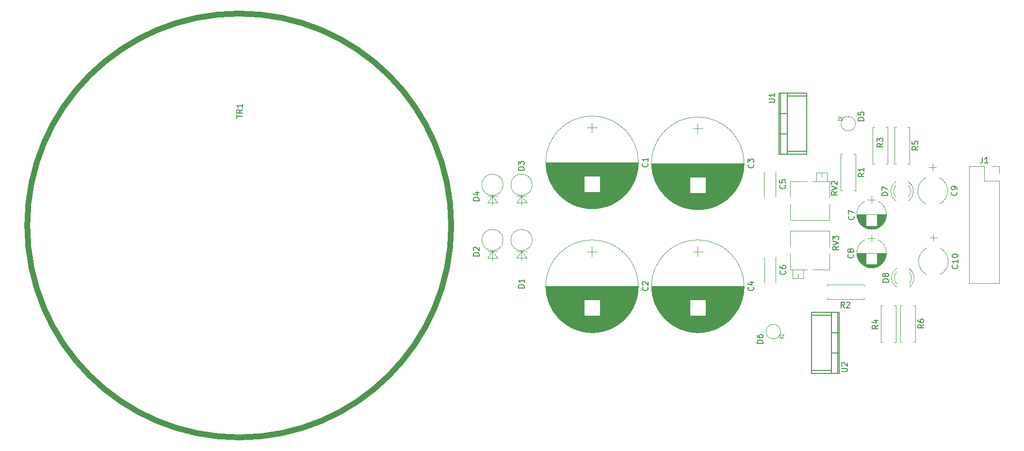
<source format=gbr>
G04 #@! TF.GenerationSoftware,KiCad,Pcbnew,(5.0.1-3-g963ef8bb5)*
G04 #@! TF.CreationDate,2018-11-14T22:17:04-08:00*
G04 #@! TF.ProjectId,eurorack-psu,6575726F7261636B2D7073752E6B6963,rev?*
G04 #@! TF.SameCoordinates,Original*
G04 #@! TF.FileFunction,Legend,Top*
G04 #@! TF.FilePolarity,Positive*
%FSLAX46Y46*%
G04 Gerber Fmt 4.6, Leading zero omitted, Abs format (unit mm)*
G04 Created by KiCad (PCBNEW (5.0.1-3-g963ef8bb5)) date Wednesday, November 14, 2018 at 10:17:04 PM*
%MOMM*%
%LPD*%
G01*
G04 APERTURE LIST*
%ADD10C,1.000000*%
%ADD11C,0.120000*%
%ADD12C,0.150000*%
G04 APERTURE END LIST*
D10*
G04 #@! TO.C,TR1*
X128440000Y-91694000D02*
G75*
G03X128440000Y-91694000I-37000000J0D01*
G01*
D11*
G04 #@! TO.C,C3*
X179565000Y-80850000D02*
G75*
G03X179565000Y-80850000I-8090000J0D01*
G01*
X179526000Y-80850000D02*
X163424000Y-80850000D01*
X179525000Y-80890000D02*
X163425000Y-80890000D01*
X179525000Y-80930000D02*
X163425000Y-80930000D01*
X179525000Y-80970000D02*
X163425000Y-80970000D01*
X179524000Y-81010000D02*
X163426000Y-81010000D01*
X179523000Y-81050000D02*
X163427000Y-81050000D01*
X179522000Y-81090000D02*
X163428000Y-81090000D01*
X179521000Y-81130000D02*
X163429000Y-81130000D01*
X179519000Y-81170000D02*
X163431000Y-81170000D01*
X179517000Y-81210000D02*
X163433000Y-81210000D01*
X179516000Y-81250000D02*
X163434000Y-81250000D01*
X179514000Y-81290000D02*
X163436000Y-81290000D01*
X179511000Y-81330000D02*
X163439000Y-81330000D01*
X179509000Y-81370000D02*
X163441000Y-81370000D01*
X179506000Y-81410000D02*
X163444000Y-81410000D01*
X179503000Y-81450000D02*
X163447000Y-81450000D01*
X179500000Y-81490000D02*
X163450000Y-81490000D01*
X179497000Y-81530000D02*
X163453000Y-81530000D01*
X179493000Y-81571000D02*
X163457000Y-81571000D01*
X179490000Y-81611000D02*
X163460000Y-81611000D01*
X179486000Y-81651000D02*
X163464000Y-81651000D01*
X179482000Y-81691000D02*
X163468000Y-81691000D01*
X179477000Y-81731000D02*
X163473000Y-81731000D01*
X179473000Y-81771000D02*
X163477000Y-81771000D01*
X179468000Y-81811000D02*
X163482000Y-81811000D01*
X179463000Y-81851000D02*
X163487000Y-81851000D01*
X179458000Y-81891000D02*
X163492000Y-81891000D01*
X179453000Y-81931000D02*
X163497000Y-81931000D01*
X179448000Y-81971000D02*
X163502000Y-81971000D01*
X179442000Y-82011000D02*
X163508000Y-82011000D01*
X179436000Y-82051000D02*
X163514000Y-82051000D01*
X179430000Y-82091000D02*
X163520000Y-82091000D01*
X179424000Y-82131000D02*
X163526000Y-82131000D01*
X179417000Y-82171000D02*
X163533000Y-82171000D01*
X179410000Y-82211000D02*
X163540000Y-82211000D01*
X179403000Y-82251000D02*
X163547000Y-82251000D01*
X179396000Y-82291000D02*
X163554000Y-82291000D01*
X179389000Y-82331000D02*
X163561000Y-82331000D01*
X179381000Y-82371000D02*
X163569000Y-82371000D01*
X179374000Y-82411000D02*
X163576000Y-82411000D01*
X179366000Y-82451000D02*
X163584000Y-82451000D01*
X179358000Y-82491000D02*
X163592000Y-82491000D01*
X179349000Y-82531000D02*
X163601000Y-82531000D01*
X179341000Y-82571000D02*
X163609000Y-82571000D01*
X179332000Y-82611000D02*
X163618000Y-82611000D01*
X179323000Y-82651000D02*
X163627000Y-82651000D01*
X179313000Y-82691000D02*
X163637000Y-82691000D01*
X179304000Y-82731000D02*
X163646000Y-82731000D01*
X179294000Y-82771000D02*
X163656000Y-82771000D01*
X179284000Y-82811000D02*
X163666000Y-82811000D01*
X179274000Y-82851000D02*
X163676000Y-82851000D01*
X179264000Y-82891000D02*
X163686000Y-82891000D01*
X179254000Y-82931000D02*
X163696000Y-82931000D01*
X179243000Y-82971000D02*
X163707000Y-82971000D01*
X179232000Y-83011000D02*
X163718000Y-83011000D01*
X179221000Y-83051000D02*
X163729000Y-83051000D01*
X179209000Y-83091000D02*
X163741000Y-83091000D01*
X179198000Y-83131000D02*
X163752000Y-83131000D01*
X179186000Y-83171000D02*
X163764000Y-83171000D01*
X179174000Y-83211000D02*
X163776000Y-83211000D01*
X179161000Y-83251000D02*
X172855000Y-83251000D01*
X170095000Y-83251000D02*
X163789000Y-83251000D01*
X179149000Y-83291000D02*
X172855000Y-83291000D01*
X170095000Y-83291000D02*
X163801000Y-83291000D01*
X179136000Y-83331000D02*
X172855000Y-83331000D01*
X170095000Y-83331000D02*
X163814000Y-83331000D01*
X179123000Y-83371000D02*
X172855000Y-83371000D01*
X170095000Y-83371000D02*
X163827000Y-83371000D01*
X179110000Y-83411000D02*
X172855000Y-83411000D01*
X170095000Y-83411000D02*
X163840000Y-83411000D01*
X179096000Y-83451000D02*
X172855000Y-83451000D01*
X170095000Y-83451000D02*
X163854000Y-83451000D01*
X179083000Y-83491000D02*
X172855000Y-83491000D01*
X170095000Y-83491000D02*
X163867000Y-83491000D01*
X179069000Y-83531000D02*
X172855000Y-83531000D01*
X170095000Y-83531000D02*
X163881000Y-83531000D01*
X179055000Y-83571000D02*
X172855000Y-83571000D01*
X170095000Y-83571000D02*
X163895000Y-83571000D01*
X179040000Y-83611000D02*
X172855000Y-83611000D01*
X170095000Y-83611000D02*
X163910000Y-83611000D01*
X179025000Y-83651000D02*
X172855000Y-83651000D01*
X170095000Y-83651000D02*
X163925000Y-83651000D01*
X179011000Y-83691000D02*
X172855000Y-83691000D01*
X170095000Y-83691000D02*
X163939000Y-83691000D01*
X178996000Y-83731000D02*
X172855000Y-83731000D01*
X170095000Y-83731000D02*
X163954000Y-83731000D01*
X178980000Y-83771000D02*
X172855000Y-83771000D01*
X170095000Y-83771000D02*
X163970000Y-83771000D01*
X178965000Y-83811000D02*
X172855000Y-83811000D01*
X170095000Y-83811000D02*
X163985000Y-83811000D01*
X178949000Y-83851000D02*
X172855000Y-83851000D01*
X170095000Y-83851000D02*
X164001000Y-83851000D01*
X178933000Y-83891000D02*
X172855000Y-83891000D01*
X170095000Y-83891000D02*
X164017000Y-83891000D01*
X178916000Y-83931000D02*
X172855000Y-83931000D01*
X170095000Y-83931000D02*
X164034000Y-83931000D01*
X178900000Y-83971000D02*
X172855000Y-83971000D01*
X170095000Y-83971000D02*
X164050000Y-83971000D01*
X178883000Y-84011000D02*
X172855000Y-84011000D01*
X170095000Y-84011000D02*
X164067000Y-84011000D01*
X178866000Y-84051000D02*
X172855000Y-84051000D01*
X170095000Y-84051000D02*
X164084000Y-84051000D01*
X178848000Y-84091000D02*
X172855000Y-84091000D01*
X170095000Y-84091000D02*
X164102000Y-84091000D01*
X178831000Y-84131000D02*
X172855000Y-84131000D01*
X170095000Y-84131000D02*
X164119000Y-84131000D01*
X178813000Y-84171000D02*
X172855000Y-84171000D01*
X170095000Y-84171000D02*
X164137000Y-84171000D01*
X178795000Y-84211000D02*
X172855000Y-84211000D01*
X170095000Y-84211000D02*
X164155000Y-84211000D01*
X178776000Y-84251000D02*
X172855000Y-84251000D01*
X170095000Y-84251000D02*
X164174000Y-84251000D01*
X178758000Y-84291000D02*
X172855000Y-84291000D01*
X170095000Y-84291000D02*
X164192000Y-84291000D01*
X178739000Y-84331000D02*
X172855000Y-84331000D01*
X170095000Y-84331000D02*
X164211000Y-84331000D01*
X178720000Y-84371000D02*
X172855000Y-84371000D01*
X170095000Y-84371000D02*
X164230000Y-84371000D01*
X178700000Y-84411000D02*
X172855000Y-84411000D01*
X170095000Y-84411000D02*
X164250000Y-84411000D01*
X178680000Y-84451000D02*
X172855000Y-84451000D01*
X170095000Y-84451000D02*
X164270000Y-84451000D01*
X178660000Y-84491000D02*
X172855000Y-84491000D01*
X170095000Y-84491000D02*
X164290000Y-84491000D01*
X178640000Y-84531000D02*
X172855000Y-84531000D01*
X170095000Y-84531000D02*
X164310000Y-84531000D01*
X178619000Y-84571000D02*
X172855000Y-84571000D01*
X170095000Y-84571000D02*
X164331000Y-84571000D01*
X178599000Y-84611000D02*
X172855000Y-84611000D01*
X170095000Y-84611000D02*
X164351000Y-84611000D01*
X178577000Y-84651000D02*
X172855000Y-84651000D01*
X170095000Y-84651000D02*
X164373000Y-84651000D01*
X178556000Y-84691000D02*
X172855000Y-84691000D01*
X170095000Y-84691000D02*
X164394000Y-84691000D01*
X178534000Y-84731000D02*
X172855000Y-84731000D01*
X170095000Y-84731000D02*
X164416000Y-84731000D01*
X178512000Y-84771000D02*
X172855000Y-84771000D01*
X170095000Y-84771000D02*
X164438000Y-84771000D01*
X178490000Y-84811000D02*
X172855000Y-84811000D01*
X170095000Y-84811000D02*
X164460000Y-84811000D01*
X178467000Y-84851000D02*
X172855000Y-84851000D01*
X170095000Y-84851000D02*
X164483000Y-84851000D01*
X178445000Y-84891000D02*
X172855000Y-84891000D01*
X170095000Y-84891000D02*
X164505000Y-84891000D01*
X178421000Y-84931000D02*
X172855000Y-84931000D01*
X170095000Y-84931000D02*
X164529000Y-84931000D01*
X178398000Y-84971000D02*
X172855000Y-84971000D01*
X170095000Y-84971000D02*
X164552000Y-84971000D01*
X178374000Y-85011000D02*
X172855000Y-85011000D01*
X170095000Y-85011000D02*
X164576000Y-85011000D01*
X178350000Y-85051000D02*
X172855000Y-85051000D01*
X170095000Y-85051000D02*
X164600000Y-85051000D01*
X178325000Y-85091000D02*
X172855000Y-85091000D01*
X170095000Y-85091000D02*
X164625000Y-85091000D01*
X178301000Y-85131000D02*
X172855000Y-85131000D01*
X170095000Y-85131000D02*
X164649000Y-85131000D01*
X178276000Y-85171000D02*
X172855000Y-85171000D01*
X170095000Y-85171000D02*
X164674000Y-85171000D01*
X178250000Y-85211000D02*
X172855000Y-85211000D01*
X170095000Y-85211000D02*
X164700000Y-85211000D01*
X178224000Y-85251000D02*
X172855000Y-85251000D01*
X170095000Y-85251000D02*
X164726000Y-85251000D01*
X178198000Y-85291000D02*
X172855000Y-85291000D01*
X170095000Y-85291000D02*
X164752000Y-85291000D01*
X178172000Y-85331000D02*
X172855000Y-85331000D01*
X170095000Y-85331000D02*
X164778000Y-85331000D01*
X178145000Y-85371000D02*
X172855000Y-85371000D01*
X170095000Y-85371000D02*
X164805000Y-85371000D01*
X178118000Y-85411000D02*
X172855000Y-85411000D01*
X170095000Y-85411000D02*
X164832000Y-85411000D01*
X178090000Y-85451000D02*
X172855000Y-85451000D01*
X170095000Y-85451000D02*
X164860000Y-85451000D01*
X178063000Y-85491000D02*
X172855000Y-85491000D01*
X170095000Y-85491000D02*
X164887000Y-85491000D01*
X178034000Y-85531000D02*
X172855000Y-85531000D01*
X170095000Y-85531000D02*
X164916000Y-85531000D01*
X178006000Y-85571000D02*
X172855000Y-85571000D01*
X170095000Y-85571000D02*
X164944000Y-85571000D01*
X177977000Y-85611000D02*
X172855000Y-85611000D01*
X170095000Y-85611000D02*
X164973000Y-85611000D01*
X177948000Y-85651000D02*
X172855000Y-85651000D01*
X170095000Y-85651000D02*
X165002000Y-85651000D01*
X177918000Y-85691000D02*
X172855000Y-85691000D01*
X170095000Y-85691000D02*
X165032000Y-85691000D01*
X177888000Y-85731000D02*
X172855000Y-85731000D01*
X170095000Y-85731000D02*
X165062000Y-85731000D01*
X177857000Y-85771000D02*
X172855000Y-85771000D01*
X170095000Y-85771000D02*
X165093000Y-85771000D01*
X177827000Y-85811000D02*
X172855000Y-85811000D01*
X170095000Y-85811000D02*
X165123000Y-85811000D01*
X177795000Y-85851000D02*
X172855000Y-85851000D01*
X170095000Y-85851000D02*
X165155000Y-85851000D01*
X177764000Y-85891000D02*
X172855000Y-85891000D01*
X170095000Y-85891000D02*
X165186000Y-85891000D01*
X177732000Y-85931000D02*
X172855000Y-85931000D01*
X170095000Y-85931000D02*
X165218000Y-85931000D01*
X177699000Y-85971000D02*
X172855000Y-85971000D01*
X170095000Y-85971000D02*
X165251000Y-85971000D01*
X177666000Y-86011000D02*
X165284000Y-86011000D01*
X177633000Y-86051000D02*
X165317000Y-86051000D01*
X177599000Y-86091000D02*
X165351000Y-86091000D01*
X177565000Y-86131000D02*
X165385000Y-86131000D01*
X177530000Y-86171000D02*
X165420000Y-86171000D01*
X177495000Y-86211000D02*
X165455000Y-86211000D01*
X177459000Y-86251000D02*
X165491000Y-86251000D01*
X177423000Y-86291000D02*
X165527000Y-86291000D01*
X177387000Y-86331000D02*
X165563000Y-86331000D01*
X177350000Y-86371000D02*
X165600000Y-86371000D01*
X177312000Y-86411000D02*
X165638000Y-86411000D01*
X177274000Y-86451000D02*
X165676000Y-86451000D01*
X177235000Y-86491000D02*
X165715000Y-86491000D01*
X177196000Y-86531000D02*
X165754000Y-86531000D01*
X177156000Y-86571000D02*
X165794000Y-86571000D01*
X177116000Y-86611000D02*
X165834000Y-86611000D01*
X177075000Y-86651000D02*
X165875000Y-86651000D01*
X177034000Y-86691000D02*
X165916000Y-86691000D01*
X176992000Y-86731000D02*
X165958000Y-86731000D01*
X176949000Y-86771000D02*
X166001000Y-86771000D01*
X176906000Y-86811000D02*
X166044000Y-86811000D01*
X176862000Y-86851000D02*
X166088000Y-86851000D01*
X176818000Y-86891000D02*
X166132000Y-86891000D01*
X176772000Y-86931000D02*
X166178000Y-86931000D01*
X176726000Y-86971000D02*
X166224000Y-86971000D01*
X176680000Y-87011000D02*
X166270000Y-87011000D01*
X176632000Y-87051000D02*
X166318000Y-87051000D01*
X176584000Y-87091000D02*
X166366000Y-87091000D01*
X176535000Y-87131000D02*
X166415000Y-87131000D01*
X176486000Y-87171000D02*
X166464000Y-87171000D01*
X176435000Y-87211000D02*
X166515000Y-87211000D01*
X176384000Y-87251000D02*
X166566000Y-87251000D01*
X176332000Y-87291000D02*
X166618000Y-87291000D01*
X176279000Y-87331000D02*
X166671000Y-87331000D01*
X176225000Y-87371000D02*
X166725000Y-87371000D01*
X176170000Y-87411000D02*
X166780000Y-87411000D01*
X176114000Y-87451000D02*
X166836000Y-87451000D01*
X176057000Y-87491000D02*
X166893000Y-87491000D01*
X175999000Y-87531000D02*
X166951000Y-87531000D01*
X175940000Y-87571000D02*
X167010000Y-87571000D01*
X175880000Y-87611000D02*
X167070000Y-87611000D01*
X175818000Y-87651000D02*
X167132000Y-87651000D01*
X175756000Y-87691000D02*
X167194000Y-87691000D01*
X175692000Y-87731000D02*
X167258000Y-87731000D01*
X175626000Y-87771000D02*
X167324000Y-87771000D01*
X175559000Y-87811000D02*
X167391000Y-87811000D01*
X175491000Y-87851000D02*
X167459000Y-87851000D01*
X175421000Y-87891000D02*
X167529000Y-87891000D01*
X175350000Y-87931000D02*
X167600000Y-87931000D01*
X175277000Y-87971000D02*
X167673000Y-87971000D01*
X175201000Y-88011000D02*
X167749000Y-88011000D01*
X175124000Y-88051000D02*
X167826000Y-88051000D01*
X175045000Y-88091000D02*
X167905000Y-88091000D01*
X174964000Y-88131000D02*
X167986000Y-88131000D01*
X174880000Y-88171000D02*
X168070000Y-88171000D01*
X174794000Y-88211000D02*
X168156000Y-88211000D01*
X174705000Y-88251000D02*
X168245000Y-88251000D01*
X174613000Y-88291000D02*
X168337000Y-88291000D01*
X174517000Y-88331000D02*
X168433000Y-88331000D01*
X174418000Y-88371000D02*
X168532000Y-88371000D01*
X174316000Y-88411000D02*
X168634000Y-88411000D01*
X174208000Y-88451000D02*
X168742000Y-88451000D01*
X174096000Y-88491000D02*
X168854000Y-88491000D01*
X173978000Y-88531000D02*
X168972000Y-88531000D01*
X173854000Y-88571000D02*
X169096000Y-88571000D01*
X173723000Y-88611000D02*
X169227000Y-88611000D01*
X173582000Y-88651000D02*
X169368000Y-88651000D01*
X173431000Y-88691000D02*
X169519000Y-88691000D01*
X173267000Y-88731000D02*
X169683000Y-88731000D01*
X173085000Y-88771000D02*
X169865000Y-88771000D01*
X172880000Y-88811000D02*
X170070000Y-88811000D01*
X172639000Y-88851000D02*
X170311000Y-88851000D01*
X172334000Y-88891000D02*
X170616000Y-88891000D01*
X171838000Y-88931000D02*
X171112000Y-88931000D01*
X171475000Y-73900000D02*
X171475000Y-75700000D01*
X172375000Y-74800000D02*
X170575000Y-74800000D01*
G04 #@! TO.C,D5*
X197739000Y-72640371D02*
X197739000Y-72814000D01*
X196759000Y-72771000D02*
X195870000Y-72771000D01*
X196314500Y-72771000D02*
X196759000Y-73363667D01*
X196759000Y-73363667D02*
X195870000Y-73363667D01*
X195870000Y-73363667D02*
X196314500Y-72771000D01*
X199005371Y-73914000D02*
G75*
G03X199005371Y-73914000I-1266371J0D01*
G01*
D12*
G04 #@! TO.C,U1*
X187096000Y-69094000D02*
X190525000Y-69094000D01*
X187096000Y-78746000D02*
X190525000Y-78746000D01*
X185953000Y-68586000D02*
X185953000Y-79254000D01*
X186969000Y-72142000D02*
X185699000Y-72142000D01*
X186969000Y-75698000D02*
X185699000Y-75698000D01*
X187096000Y-79254000D02*
X187096000Y-68586000D01*
X190525000Y-68586000D02*
X190525000Y-79254000D01*
X185699000Y-79254000D02*
X190525000Y-79254000D01*
X185699000Y-68586000D02*
X190525000Y-68586000D01*
X185699000Y-68586000D02*
X185699000Y-79254000D01*
D11*
G04 #@! TO.C,C8*
X202982723Y-98809722D02*
G75*
G03X202983000Y-94198420I-1179723J2305722D01*
G01*
X200623277Y-98809722D02*
G75*
G02X200623000Y-94198420I1179723J2305722D01*
G01*
X200623277Y-98809722D02*
G75*
G03X202983000Y-98809580I1179723J2305722D01*
G01*
X204353000Y-96504000D02*
X199253000Y-96504000D01*
X204353000Y-96544000D02*
X202783000Y-96544000D01*
X200823000Y-96544000D02*
X199253000Y-96544000D01*
X204352000Y-96584000D02*
X202783000Y-96584000D01*
X200823000Y-96584000D02*
X199254000Y-96584000D01*
X204351000Y-96624000D02*
X202783000Y-96624000D01*
X200823000Y-96624000D02*
X199255000Y-96624000D01*
X204349000Y-96664000D02*
X202783000Y-96664000D01*
X200823000Y-96664000D02*
X199257000Y-96664000D01*
X204346000Y-96704000D02*
X202783000Y-96704000D01*
X200823000Y-96704000D02*
X199260000Y-96704000D01*
X204342000Y-96744000D02*
X202783000Y-96744000D01*
X200823000Y-96744000D02*
X199264000Y-96744000D01*
X204338000Y-96784000D02*
X202783000Y-96784000D01*
X200823000Y-96784000D02*
X199268000Y-96784000D01*
X204334000Y-96824000D02*
X202783000Y-96824000D01*
X200823000Y-96824000D02*
X199272000Y-96824000D01*
X204328000Y-96864000D02*
X202783000Y-96864000D01*
X200823000Y-96864000D02*
X199278000Y-96864000D01*
X204322000Y-96904000D02*
X202783000Y-96904000D01*
X200823000Y-96904000D02*
X199284000Y-96904000D01*
X204316000Y-96944000D02*
X202783000Y-96944000D01*
X200823000Y-96944000D02*
X199290000Y-96944000D01*
X204309000Y-96984000D02*
X202783000Y-96984000D01*
X200823000Y-96984000D02*
X199297000Y-96984000D01*
X204301000Y-97024000D02*
X202783000Y-97024000D01*
X200823000Y-97024000D02*
X199305000Y-97024000D01*
X204292000Y-97064000D02*
X202783000Y-97064000D01*
X200823000Y-97064000D02*
X199314000Y-97064000D01*
X204283000Y-97104000D02*
X202783000Y-97104000D01*
X200823000Y-97104000D02*
X199323000Y-97104000D01*
X204273000Y-97144000D02*
X202783000Y-97144000D01*
X200823000Y-97144000D02*
X199333000Y-97144000D01*
X204263000Y-97184000D02*
X202783000Y-97184000D01*
X200823000Y-97184000D02*
X199343000Y-97184000D01*
X204251000Y-97225000D02*
X202783000Y-97225000D01*
X200823000Y-97225000D02*
X199355000Y-97225000D01*
X204239000Y-97265000D02*
X202783000Y-97265000D01*
X200823000Y-97265000D02*
X199367000Y-97265000D01*
X204227000Y-97305000D02*
X202783000Y-97305000D01*
X200823000Y-97305000D02*
X199379000Y-97305000D01*
X204213000Y-97345000D02*
X202783000Y-97345000D01*
X200823000Y-97345000D02*
X199393000Y-97345000D01*
X204199000Y-97385000D02*
X202783000Y-97385000D01*
X200823000Y-97385000D02*
X199407000Y-97385000D01*
X204185000Y-97425000D02*
X202783000Y-97425000D01*
X200823000Y-97425000D02*
X199421000Y-97425000D01*
X204169000Y-97465000D02*
X202783000Y-97465000D01*
X200823000Y-97465000D02*
X199437000Y-97465000D01*
X204153000Y-97505000D02*
X202783000Y-97505000D01*
X200823000Y-97505000D02*
X199453000Y-97505000D01*
X204136000Y-97545000D02*
X202783000Y-97545000D01*
X200823000Y-97545000D02*
X199470000Y-97545000D01*
X204118000Y-97585000D02*
X202783000Y-97585000D01*
X200823000Y-97585000D02*
X199488000Y-97585000D01*
X204099000Y-97625000D02*
X202783000Y-97625000D01*
X200823000Y-97625000D02*
X199507000Y-97625000D01*
X204079000Y-97665000D02*
X202783000Y-97665000D01*
X200823000Y-97665000D02*
X199527000Y-97665000D01*
X204059000Y-97705000D02*
X202783000Y-97705000D01*
X200823000Y-97705000D02*
X199547000Y-97705000D01*
X204037000Y-97745000D02*
X202783000Y-97745000D01*
X200823000Y-97745000D02*
X199569000Y-97745000D01*
X204015000Y-97785000D02*
X202783000Y-97785000D01*
X200823000Y-97785000D02*
X199591000Y-97785000D01*
X203992000Y-97825000D02*
X202783000Y-97825000D01*
X200823000Y-97825000D02*
X199614000Y-97825000D01*
X203968000Y-97865000D02*
X202783000Y-97865000D01*
X200823000Y-97865000D02*
X199638000Y-97865000D01*
X203943000Y-97905000D02*
X202783000Y-97905000D01*
X200823000Y-97905000D02*
X199663000Y-97905000D01*
X203916000Y-97945000D02*
X202783000Y-97945000D01*
X200823000Y-97945000D02*
X199690000Y-97945000D01*
X203889000Y-97985000D02*
X202783000Y-97985000D01*
X200823000Y-97985000D02*
X199717000Y-97985000D01*
X203861000Y-98025000D02*
X202783000Y-98025000D01*
X200823000Y-98025000D02*
X199745000Y-98025000D01*
X203831000Y-98065000D02*
X202783000Y-98065000D01*
X200823000Y-98065000D02*
X199775000Y-98065000D01*
X203800000Y-98105000D02*
X202783000Y-98105000D01*
X200823000Y-98105000D02*
X199806000Y-98105000D01*
X203768000Y-98145000D02*
X202783000Y-98145000D01*
X200823000Y-98145000D02*
X199838000Y-98145000D01*
X203735000Y-98185000D02*
X202783000Y-98185000D01*
X200823000Y-98185000D02*
X199871000Y-98185000D01*
X203700000Y-98225000D02*
X202783000Y-98225000D01*
X200823000Y-98225000D02*
X199906000Y-98225000D01*
X203664000Y-98265000D02*
X202783000Y-98265000D01*
X200823000Y-98265000D02*
X199942000Y-98265000D01*
X203626000Y-98305000D02*
X202783000Y-98305000D01*
X200823000Y-98305000D02*
X199980000Y-98305000D01*
X203586000Y-98345000D02*
X202783000Y-98345000D01*
X200823000Y-98345000D02*
X200020000Y-98345000D01*
X203545000Y-98385000D02*
X202783000Y-98385000D01*
X200823000Y-98385000D02*
X200061000Y-98385000D01*
X203502000Y-98425000D02*
X202783000Y-98425000D01*
X200823000Y-98425000D02*
X200104000Y-98425000D01*
X203457000Y-98465000D02*
X202783000Y-98465000D01*
X200823000Y-98465000D02*
X200149000Y-98465000D01*
X203409000Y-98505000D02*
X200197000Y-98505000D01*
X203359000Y-98545000D02*
X200247000Y-98545000D01*
X203307000Y-98585000D02*
X200299000Y-98585000D01*
X203251000Y-98625000D02*
X200355000Y-98625000D01*
X203193000Y-98665000D02*
X200413000Y-98665000D01*
X203130000Y-98705000D02*
X200476000Y-98705000D01*
X203064000Y-98745000D02*
X200542000Y-98745000D01*
X202992000Y-98785000D02*
X200614000Y-98785000D01*
X202915000Y-98825000D02*
X200691000Y-98825000D01*
X202831000Y-98865000D02*
X200775000Y-98865000D01*
X202737000Y-98905000D02*
X200869000Y-98905000D01*
X202632000Y-98945000D02*
X200974000Y-98945000D01*
X202510000Y-98985000D02*
X201096000Y-98985000D01*
X202362000Y-99025000D02*
X201244000Y-99025000D01*
X202157000Y-99065000D02*
X201449000Y-99065000D01*
X201803000Y-93304000D02*
X201803000Y-94504000D01*
X202453000Y-93904000D02*
X201153000Y-93904000D01*
G04 #@! TO.C,D4*
X137496000Y-84582000D02*
G75*
G03X137496000Y-84582000I-1860000J0D01*
G01*
X134747000Y-87714667D02*
X135636000Y-86529333D01*
X136525000Y-87714667D02*
X134747000Y-87714667D01*
X135636000Y-86529333D02*
X136525000Y-87714667D01*
X136525000Y-86529333D02*
X134747000Y-86529333D01*
X135636000Y-86442000D02*
X135636000Y-88162000D01*
G04 #@! TO.C,C2*
X153916000Y-96250000D02*
X152116000Y-96250000D01*
X153016000Y-95350000D02*
X153016000Y-97150000D01*
X153379000Y-110381000D02*
X152653000Y-110381000D01*
X153875000Y-110341000D02*
X152157000Y-110341000D01*
X154180000Y-110301000D02*
X151852000Y-110301000D01*
X154421000Y-110261000D02*
X151611000Y-110261000D01*
X154626000Y-110221000D02*
X151406000Y-110221000D01*
X154808000Y-110181000D02*
X151224000Y-110181000D01*
X154972000Y-110141000D02*
X151060000Y-110141000D01*
X155123000Y-110101000D02*
X150909000Y-110101000D01*
X155264000Y-110061000D02*
X150768000Y-110061000D01*
X155395000Y-110021000D02*
X150637000Y-110021000D01*
X155519000Y-109981000D02*
X150513000Y-109981000D01*
X155637000Y-109941000D02*
X150395000Y-109941000D01*
X155749000Y-109901000D02*
X150283000Y-109901000D01*
X155857000Y-109861000D02*
X150175000Y-109861000D01*
X155959000Y-109821000D02*
X150073000Y-109821000D01*
X156058000Y-109781000D02*
X149974000Y-109781000D01*
X156154000Y-109741000D02*
X149878000Y-109741000D01*
X156246000Y-109701000D02*
X149786000Y-109701000D01*
X156335000Y-109661000D02*
X149697000Y-109661000D01*
X156421000Y-109621000D02*
X149611000Y-109621000D01*
X156505000Y-109581000D02*
X149527000Y-109581000D01*
X156586000Y-109541000D02*
X149446000Y-109541000D01*
X156665000Y-109501000D02*
X149367000Y-109501000D01*
X156742000Y-109461000D02*
X149290000Y-109461000D01*
X156818000Y-109421000D02*
X149214000Y-109421000D01*
X156891000Y-109381000D02*
X149141000Y-109381000D01*
X156962000Y-109341000D02*
X149070000Y-109341000D01*
X157032000Y-109301000D02*
X149000000Y-109301000D01*
X157100000Y-109261000D02*
X148932000Y-109261000D01*
X157167000Y-109221000D02*
X148865000Y-109221000D01*
X157233000Y-109181000D02*
X148799000Y-109181000D01*
X157297000Y-109141000D02*
X148735000Y-109141000D01*
X157359000Y-109101000D02*
X148673000Y-109101000D01*
X157421000Y-109061000D02*
X148611000Y-109061000D01*
X157481000Y-109021000D02*
X148551000Y-109021000D01*
X157540000Y-108981000D02*
X148492000Y-108981000D01*
X157598000Y-108941000D02*
X148434000Y-108941000D01*
X157655000Y-108901000D02*
X148377000Y-108901000D01*
X157711000Y-108861000D02*
X148321000Y-108861000D01*
X157766000Y-108821000D02*
X148266000Y-108821000D01*
X157820000Y-108781000D02*
X148212000Y-108781000D01*
X157873000Y-108741000D02*
X148159000Y-108741000D01*
X157925000Y-108701000D02*
X148107000Y-108701000D01*
X157976000Y-108661000D02*
X148056000Y-108661000D01*
X158027000Y-108621000D02*
X148005000Y-108621000D01*
X158076000Y-108581000D02*
X147956000Y-108581000D01*
X158125000Y-108541000D02*
X147907000Y-108541000D01*
X158173000Y-108501000D02*
X147859000Y-108501000D01*
X158221000Y-108461000D02*
X147811000Y-108461000D01*
X158267000Y-108421000D02*
X147765000Y-108421000D01*
X158313000Y-108381000D02*
X147719000Y-108381000D01*
X158359000Y-108341000D02*
X147673000Y-108341000D01*
X158403000Y-108301000D02*
X147629000Y-108301000D01*
X158447000Y-108261000D02*
X147585000Y-108261000D01*
X158490000Y-108221000D02*
X147542000Y-108221000D01*
X158533000Y-108181000D02*
X147499000Y-108181000D01*
X158575000Y-108141000D02*
X147457000Y-108141000D01*
X158616000Y-108101000D02*
X147416000Y-108101000D01*
X158657000Y-108061000D02*
X147375000Y-108061000D01*
X158697000Y-108021000D02*
X147335000Y-108021000D01*
X158737000Y-107981000D02*
X147295000Y-107981000D01*
X158776000Y-107941000D02*
X147256000Y-107941000D01*
X158815000Y-107901000D02*
X147217000Y-107901000D01*
X158853000Y-107861000D02*
X147179000Y-107861000D01*
X158891000Y-107821000D02*
X147141000Y-107821000D01*
X158928000Y-107781000D02*
X147104000Y-107781000D01*
X158964000Y-107741000D02*
X147068000Y-107741000D01*
X159000000Y-107701000D02*
X147032000Y-107701000D01*
X159036000Y-107661000D02*
X146996000Y-107661000D01*
X159071000Y-107621000D02*
X146961000Y-107621000D01*
X159106000Y-107581000D02*
X146926000Y-107581000D01*
X159140000Y-107541000D02*
X146892000Y-107541000D01*
X159174000Y-107501000D02*
X146858000Y-107501000D01*
X159207000Y-107461000D02*
X146825000Y-107461000D01*
X151636000Y-107421000D02*
X146792000Y-107421000D01*
X159240000Y-107421000D02*
X154396000Y-107421000D01*
X151636000Y-107381000D02*
X146759000Y-107381000D01*
X159273000Y-107381000D02*
X154396000Y-107381000D01*
X151636000Y-107341000D02*
X146727000Y-107341000D01*
X159305000Y-107341000D02*
X154396000Y-107341000D01*
X151636000Y-107301000D02*
X146696000Y-107301000D01*
X159336000Y-107301000D02*
X154396000Y-107301000D01*
X151636000Y-107261000D02*
X146664000Y-107261000D01*
X159368000Y-107261000D02*
X154396000Y-107261000D01*
X151636000Y-107221000D02*
X146634000Y-107221000D01*
X159398000Y-107221000D02*
X154396000Y-107221000D01*
X151636000Y-107181000D02*
X146603000Y-107181000D01*
X159429000Y-107181000D02*
X154396000Y-107181000D01*
X151636000Y-107141000D02*
X146573000Y-107141000D01*
X159459000Y-107141000D02*
X154396000Y-107141000D01*
X151636000Y-107101000D02*
X146543000Y-107101000D01*
X159489000Y-107101000D02*
X154396000Y-107101000D01*
X151636000Y-107061000D02*
X146514000Y-107061000D01*
X159518000Y-107061000D02*
X154396000Y-107061000D01*
X151636000Y-107021000D02*
X146485000Y-107021000D01*
X159547000Y-107021000D02*
X154396000Y-107021000D01*
X151636000Y-106981000D02*
X146457000Y-106981000D01*
X159575000Y-106981000D02*
X154396000Y-106981000D01*
X151636000Y-106941000D02*
X146428000Y-106941000D01*
X159604000Y-106941000D02*
X154396000Y-106941000D01*
X151636000Y-106901000D02*
X146401000Y-106901000D01*
X159631000Y-106901000D02*
X154396000Y-106901000D01*
X151636000Y-106861000D02*
X146373000Y-106861000D01*
X159659000Y-106861000D02*
X154396000Y-106861000D01*
X151636000Y-106821000D02*
X146346000Y-106821000D01*
X159686000Y-106821000D02*
X154396000Y-106821000D01*
X151636000Y-106781000D02*
X146319000Y-106781000D01*
X159713000Y-106781000D02*
X154396000Y-106781000D01*
X151636000Y-106741000D02*
X146293000Y-106741000D01*
X159739000Y-106741000D02*
X154396000Y-106741000D01*
X151636000Y-106701000D02*
X146267000Y-106701000D01*
X159765000Y-106701000D02*
X154396000Y-106701000D01*
X151636000Y-106661000D02*
X146241000Y-106661000D01*
X159791000Y-106661000D02*
X154396000Y-106661000D01*
X151636000Y-106621000D02*
X146215000Y-106621000D01*
X159817000Y-106621000D02*
X154396000Y-106621000D01*
X151636000Y-106581000D02*
X146190000Y-106581000D01*
X159842000Y-106581000D02*
X154396000Y-106581000D01*
X151636000Y-106541000D02*
X146166000Y-106541000D01*
X159866000Y-106541000D02*
X154396000Y-106541000D01*
X151636000Y-106501000D02*
X146141000Y-106501000D01*
X159891000Y-106501000D02*
X154396000Y-106501000D01*
X151636000Y-106461000D02*
X146117000Y-106461000D01*
X159915000Y-106461000D02*
X154396000Y-106461000D01*
X151636000Y-106421000D02*
X146093000Y-106421000D01*
X159939000Y-106421000D02*
X154396000Y-106421000D01*
X151636000Y-106381000D02*
X146070000Y-106381000D01*
X159962000Y-106381000D02*
X154396000Y-106381000D01*
X151636000Y-106341000D02*
X146046000Y-106341000D01*
X159986000Y-106341000D02*
X154396000Y-106341000D01*
X151636000Y-106301000D02*
X146024000Y-106301000D01*
X160008000Y-106301000D02*
X154396000Y-106301000D01*
X151636000Y-106261000D02*
X146001000Y-106261000D01*
X160031000Y-106261000D02*
X154396000Y-106261000D01*
X151636000Y-106221000D02*
X145979000Y-106221000D01*
X160053000Y-106221000D02*
X154396000Y-106221000D01*
X151636000Y-106181000D02*
X145957000Y-106181000D01*
X160075000Y-106181000D02*
X154396000Y-106181000D01*
X151636000Y-106141000D02*
X145935000Y-106141000D01*
X160097000Y-106141000D02*
X154396000Y-106141000D01*
X151636000Y-106101000D02*
X145914000Y-106101000D01*
X160118000Y-106101000D02*
X154396000Y-106101000D01*
X151636000Y-106061000D02*
X145892000Y-106061000D01*
X160140000Y-106061000D02*
X154396000Y-106061000D01*
X151636000Y-106021000D02*
X145872000Y-106021000D01*
X160160000Y-106021000D02*
X154396000Y-106021000D01*
X151636000Y-105981000D02*
X145851000Y-105981000D01*
X160181000Y-105981000D02*
X154396000Y-105981000D01*
X151636000Y-105941000D02*
X145831000Y-105941000D01*
X160201000Y-105941000D02*
X154396000Y-105941000D01*
X151636000Y-105901000D02*
X145811000Y-105901000D01*
X160221000Y-105901000D02*
X154396000Y-105901000D01*
X151636000Y-105861000D02*
X145791000Y-105861000D01*
X160241000Y-105861000D02*
X154396000Y-105861000D01*
X151636000Y-105821000D02*
X145771000Y-105821000D01*
X160261000Y-105821000D02*
X154396000Y-105821000D01*
X151636000Y-105781000D02*
X145752000Y-105781000D01*
X160280000Y-105781000D02*
X154396000Y-105781000D01*
X151636000Y-105741000D02*
X145733000Y-105741000D01*
X160299000Y-105741000D02*
X154396000Y-105741000D01*
X151636000Y-105701000D02*
X145715000Y-105701000D01*
X160317000Y-105701000D02*
X154396000Y-105701000D01*
X151636000Y-105661000D02*
X145696000Y-105661000D01*
X160336000Y-105661000D02*
X154396000Y-105661000D01*
X151636000Y-105621000D02*
X145678000Y-105621000D01*
X160354000Y-105621000D02*
X154396000Y-105621000D01*
X151636000Y-105581000D02*
X145660000Y-105581000D01*
X160372000Y-105581000D02*
X154396000Y-105581000D01*
X151636000Y-105541000D02*
X145643000Y-105541000D01*
X160389000Y-105541000D02*
X154396000Y-105541000D01*
X151636000Y-105501000D02*
X145625000Y-105501000D01*
X160407000Y-105501000D02*
X154396000Y-105501000D01*
X151636000Y-105461000D02*
X145608000Y-105461000D01*
X160424000Y-105461000D02*
X154396000Y-105461000D01*
X151636000Y-105421000D02*
X145591000Y-105421000D01*
X160441000Y-105421000D02*
X154396000Y-105421000D01*
X151636000Y-105381000D02*
X145575000Y-105381000D01*
X160457000Y-105381000D02*
X154396000Y-105381000D01*
X151636000Y-105341000D02*
X145558000Y-105341000D01*
X160474000Y-105341000D02*
X154396000Y-105341000D01*
X151636000Y-105301000D02*
X145542000Y-105301000D01*
X160490000Y-105301000D02*
X154396000Y-105301000D01*
X151636000Y-105261000D02*
X145526000Y-105261000D01*
X160506000Y-105261000D02*
X154396000Y-105261000D01*
X151636000Y-105221000D02*
X145511000Y-105221000D01*
X160521000Y-105221000D02*
X154396000Y-105221000D01*
X151636000Y-105181000D02*
X145495000Y-105181000D01*
X160537000Y-105181000D02*
X154396000Y-105181000D01*
X151636000Y-105141000D02*
X145480000Y-105141000D01*
X160552000Y-105141000D02*
X154396000Y-105141000D01*
X151636000Y-105101000D02*
X145466000Y-105101000D01*
X160566000Y-105101000D02*
X154396000Y-105101000D01*
X151636000Y-105061000D02*
X145451000Y-105061000D01*
X160581000Y-105061000D02*
X154396000Y-105061000D01*
X151636000Y-105021000D02*
X145436000Y-105021000D01*
X160596000Y-105021000D02*
X154396000Y-105021000D01*
X151636000Y-104981000D02*
X145422000Y-104981000D01*
X160610000Y-104981000D02*
X154396000Y-104981000D01*
X151636000Y-104941000D02*
X145408000Y-104941000D01*
X160624000Y-104941000D02*
X154396000Y-104941000D01*
X151636000Y-104901000D02*
X145395000Y-104901000D01*
X160637000Y-104901000D02*
X154396000Y-104901000D01*
X151636000Y-104861000D02*
X145381000Y-104861000D01*
X160651000Y-104861000D02*
X154396000Y-104861000D01*
X151636000Y-104821000D02*
X145368000Y-104821000D01*
X160664000Y-104821000D02*
X154396000Y-104821000D01*
X151636000Y-104781000D02*
X145355000Y-104781000D01*
X160677000Y-104781000D02*
X154396000Y-104781000D01*
X151636000Y-104741000D02*
X145342000Y-104741000D01*
X160690000Y-104741000D02*
X154396000Y-104741000D01*
X151636000Y-104701000D02*
X145330000Y-104701000D01*
X160702000Y-104701000D02*
X154396000Y-104701000D01*
X160715000Y-104661000D02*
X145317000Y-104661000D01*
X160727000Y-104621000D02*
X145305000Y-104621000D01*
X160739000Y-104581000D02*
X145293000Y-104581000D01*
X160750000Y-104541000D02*
X145282000Y-104541000D01*
X160762000Y-104501000D02*
X145270000Y-104501000D01*
X160773000Y-104461000D02*
X145259000Y-104461000D01*
X160784000Y-104421000D02*
X145248000Y-104421000D01*
X160795000Y-104381000D02*
X145237000Y-104381000D01*
X160805000Y-104341000D02*
X145227000Y-104341000D01*
X160815000Y-104301000D02*
X145217000Y-104301000D01*
X160825000Y-104261000D02*
X145207000Y-104261000D01*
X160835000Y-104221000D02*
X145197000Y-104221000D01*
X160845000Y-104181000D02*
X145187000Y-104181000D01*
X160854000Y-104141000D02*
X145178000Y-104141000D01*
X160864000Y-104101000D02*
X145168000Y-104101000D01*
X160873000Y-104061000D02*
X145159000Y-104061000D01*
X160882000Y-104021000D02*
X145150000Y-104021000D01*
X160890000Y-103981000D02*
X145142000Y-103981000D01*
X160899000Y-103941000D02*
X145133000Y-103941000D01*
X160907000Y-103901000D02*
X145125000Y-103901000D01*
X160915000Y-103861000D02*
X145117000Y-103861000D01*
X160922000Y-103821000D02*
X145110000Y-103821000D01*
X160930000Y-103781000D02*
X145102000Y-103781000D01*
X160937000Y-103741000D02*
X145095000Y-103741000D01*
X160944000Y-103701000D02*
X145088000Y-103701000D01*
X160951000Y-103661000D02*
X145081000Y-103661000D01*
X160958000Y-103621000D02*
X145074000Y-103621000D01*
X160965000Y-103581000D02*
X145067000Y-103581000D01*
X160971000Y-103541000D02*
X145061000Y-103541000D01*
X160977000Y-103501000D02*
X145055000Y-103501000D01*
X160983000Y-103461000D02*
X145049000Y-103461000D01*
X160989000Y-103421000D02*
X145043000Y-103421000D01*
X160994000Y-103381000D02*
X145038000Y-103381000D01*
X160999000Y-103341000D02*
X145033000Y-103341000D01*
X161004000Y-103301000D02*
X145028000Y-103301000D01*
X161009000Y-103261000D02*
X145023000Y-103261000D01*
X161014000Y-103221000D02*
X145018000Y-103221000D01*
X161018000Y-103181000D02*
X145014000Y-103181000D01*
X161023000Y-103141000D02*
X145009000Y-103141000D01*
X161027000Y-103101000D02*
X145005000Y-103101000D01*
X161031000Y-103061000D02*
X145001000Y-103061000D01*
X161034000Y-103021000D02*
X144998000Y-103021000D01*
X161038000Y-102980000D02*
X144994000Y-102980000D01*
X161041000Y-102940000D02*
X144991000Y-102940000D01*
X161044000Y-102900000D02*
X144988000Y-102900000D01*
X161047000Y-102860000D02*
X144985000Y-102860000D01*
X161050000Y-102820000D02*
X144982000Y-102820000D01*
X161052000Y-102780000D02*
X144980000Y-102780000D01*
X161055000Y-102740000D02*
X144977000Y-102740000D01*
X161057000Y-102700000D02*
X144975000Y-102700000D01*
X161058000Y-102660000D02*
X144974000Y-102660000D01*
X161060000Y-102620000D02*
X144972000Y-102620000D01*
X161062000Y-102580000D02*
X144970000Y-102580000D01*
X161063000Y-102540000D02*
X144969000Y-102540000D01*
X161064000Y-102500000D02*
X144968000Y-102500000D01*
X161065000Y-102460000D02*
X144967000Y-102460000D01*
X161066000Y-102420000D02*
X144966000Y-102420000D01*
X161066000Y-102380000D02*
X144966000Y-102380000D01*
X161066000Y-102340000D02*
X144966000Y-102340000D01*
X161067000Y-102300000D02*
X144965000Y-102300000D01*
X161106000Y-102300000D02*
G75*
G03X161106000Y-102300000I-8090000J0D01*
G01*
G04 #@! TO.C,C4*
X179565000Y-102300000D02*
G75*
G03X179565000Y-102300000I-8090000J0D01*
G01*
X179526000Y-102300000D02*
X163424000Y-102300000D01*
X179525000Y-102340000D02*
X163425000Y-102340000D01*
X179525000Y-102380000D02*
X163425000Y-102380000D01*
X179525000Y-102420000D02*
X163425000Y-102420000D01*
X179524000Y-102460000D02*
X163426000Y-102460000D01*
X179523000Y-102500000D02*
X163427000Y-102500000D01*
X179522000Y-102540000D02*
X163428000Y-102540000D01*
X179521000Y-102580000D02*
X163429000Y-102580000D01*
X179519000Y-102620000D02*
X163431000Y-102620000D01*
X179517000Y-102660000D02*
X163433000Y-102660000D01*
X179516000Y-102700000D02*
X163434000Y-102700000D01*
X179514000Y-102740000D02*
X163436000Y-102740000D01*
X179511000Y-102780000D02*
X163439000Y-102780000D01*
X179509000Y-102820000D02*
X163441000Y-102820000D01*
X179506000Y-102860000D02*
X163444000Y-102860000D01*
X179503000Y-102900000D02*
X163447000Y-102900000D01*
X179500000Y-102940000D02*
X163450000Y-102940000D01*
X179497000Y-102980000D02*
X163453000Y-102980000D01*
X179493000Y-103021000D02*
X163457000Y-103021000D01*
X179490000Y-103061000D02*
X163460000Y-103061000D01*
X179486000Y-103101000D02*
X163464000Y-103101000D01*
X179482000Y-103141000D02*
X163468000Y-103141000D01*
X179477000Y-103181000D02*
X163473000Y-103181000D01*
X179473000Y-103221000D02*
X163477000Y-103221000D01*
X179468000Y-103261000D02*
X163482000Y-103261000D01*
X179463000Y-103301000D02*
X163487000Y-103301000D01*
X179458000Y-103341000D02*
X163492000Y-103341000D01*
X179453000Y-103381000D02*
X163497000Y-103381000D01*
X179448000Y-103421000D02*
X163502000Y-103421000D01*
X179442000Y-103461000D02*
X163508000Y-103461000D01*
X179436000Y-103501000D02*
X163514000Y-103501000D01*
X179430000Y-103541000D02*
X163520000Y-103541000D01*
X179424000Y-103581000D02*
X163526000Y-103581000D01*
X179417000Y-103621000D02*
X163533000Y-103621000D01*
X179410000Y-103661000D02*
X163540000Y-103661000D01*
X179403000Y-103701000D02*
X163547000Y-103701000D01*
X179396000Y-103741000D02*
X163554000Y-103741000D01*
X179389000Y-103781000D02*
X163561000Y-103781000D01*
X179381000Y-103821000D02*
X163569000Y-103821000D01*
X179374000Y-103861000D02*
X163576000Y-103861000D01*
X179366000Y-103901000D02*
X163584000Y-103901000D01*
X179358000Y-103941000D02*
X163592000Y-103941000D01*
X179349000Y-103981000D02*
X163601000Y-103981000D01*
X179341000Y-104021000D02*
X163609000Y-104021000D01*
X179332000Y-104061000D02*
X163618000Y-104061000D01*
X179323000Y-104101000D02*
X163627000Y-104101000D01*
X179313000Y-104141000D02*
X163637000Y-104141000D01*
X179304000Y-104181000D02*
X163646000Y-104181000D01*
X179294000Y-104221000D02*
X163656000Y-104221000D01*
X179284000Y-104261000D02*
X163666000Y-104261000D01*
X179274000Y-104301000D02*
X163676000Y-104301000D01*
X179264000Y-104341000D02*
X163686000Y-104341000D01*
X179254000Y-104381000D02*
X163696000Y-104381000D01*
X179243000Y-104421000D02*
X163707000Y-104421000D01*
X179232000Y-104461000D02*
X163718000Y-104461000D01*
X179221000Y-104501000D02*
X163729000Y-104501000D01*
X179209000Y-104541000D02*
X163741000Y-104541000D01*
X179198000Y-104581000D02*
X163752000Y-104581000D01*
X179186000Y-104621000D02*
X163764000Y-104621000D01*
X179174000Y-104661000D02*
X163776000Y-104661000D01*
X179161000Y-104701000D02*
X172855000Y-104701000D01*
X170095000Y-104701000D02*
X163789000Y-104701000D01*
X179149000Y-104741000D02*
X172855000Y-104741000D01*
X170095000Y-104741000D02*
X163801000Y-104741000D01*
X179136000Y-104781000D02*
X172855000Y-104781000D01*
X170095000Y-104781000D02*
X163814000Y-104781000D01*
X179123000Y-104821000D02*
X172855000Y-104821000D01*
X170095000Y-104821000D02*
X163827000Y-104821000D01*
X179110000Y-104861000D02*
X172855000Y-104861000D01*
X170095000Y-104861000D02*
X163840000Y-104861000D01*
X179096000Y-104901000D02*
X172855000Y-104901000D01*
X170095000Y-104901000D02*
X163854000Y-104901000D01*
X179083000Y-104941000D02*
X172855000Y-104941000D01*
X170095000Y-104941000D02*
X163867000Y-104941000D01*
X179069000Y-104981000D02*
X172855000Y-104981000D01*
X170095000Y-104981000D02*
X163881000Y-104981000D01*
X179055000Y-105021000D02*
X172855000Y-105021000D01*
X170095000Y-105021000D02*
X163895000Y-105021000D01*
X179040000Y-105061000D02*
X172855000Y-105061000D01*
X170095000Y-105061000D02*
X163910000Y-105061000D01*
X179025000Y-105101000D02*
X172855000Y-105101000D01*
X170095000Y-105101000D02*
X163925000Y-105101000D01*
X179011000Y-105141000D02*
X172855000Y-105141000D01*
X170095000Y-105141000D02*
X163939000Y-105141000D01*
X178996000Y-105181000D02*
X172855000Y-105181000D01*
X170095000Y-105181000D02*
X163954000Y-105181000D01*
X178980000Y-105221000D02*
X172855000Y-105221000D01*
X170095000Y-105221000D02*
X163970000Y-105221000D01*
X178965000Y-105261000D02*
X172855000Y-105261000D01*
X170095000Y-105261000D02*
X163985000Y-105261000D01*
X178949000Y-105301000D02*
X172855000Y-105301000D01*
X170095000Y-105301000D02*
X164001000Y-105301000D01*
X178933000Y-105341000D02*
X172855000Y-105341000D01*
X170095000Y-105341000D02*
X164017000Y-105341000D01*
X178916000Y-105381000D02*
X172855000Y-105381000D01*
X170095000Y-105381000D02*
X164034000Y-105381000D01*
X178900000Y-105421000D02*
X172855000Y-105421000D01*
X170095000Y-105421000D02*
X164050000Y-105421000D01*
X178883000Y-105461000D02*
X172855000Y-105461000D01*
X170095000Y-105461000D02*
X164067000Y-105461000D01*
X178866000Y-105501000D02*
X172855000Y-105501000D01*
X170095000Y-105501000D02*
X164084000Y-105501000D01*
X178848000Y-105541000D02*
X172855000Y-105541000D01*
X170095000Y-105541000D02*
X164102000Y-105541000D01*
X178831000Y-105581000D02*
X172855000Y-105581000D01*
X170095000Y-105581000D02*
X164119000Y-105581000D01*
X178813000Y-105621000D02*
X172855000Y-105621000D01*
X170095000Y-105621000D02*
X164137000Y-105621000D01*
X178795000Y-105661000D02*
X172855000Y-105661000D01*
X170095000Y-105661000D02*
X164155000Y-105661000D01*
X178776000Y-105701000D02*
X172855000Y-105701000D01*
X170095000Y-105701000D02*
X164174000Y-105701000D01*
X178758000Y-105741000D02*
X172855000Y-105741000D01*
X170095000Y-105741000D02*
X164192000Y-105741000D01*
X178739000Y-105781000D02*
X172855000Y-105781000D01*
X170095000Y-105781000D02*
X164211000Y-105781000D01*
X178720000Y-105821000D02*
X172855000Y-105821000D01*
X170095000Y-105821000D02*
X164230000Y-105821000D01*
X178700000Y-105861000D02*
X172855000Y-105861000D01*
X170095000Y-105861000D02*
X164250000Y-105861000D01*
X178680000Y-105901000D02*
X172855000Y-105901000D01*
X170095000Y-105901000D02*
X164270000Y-105901000D01*
X178660000Y-105941000D02*
X172855000Y-105941000D01*
X170095000Y-105941000D02*
X164290000Y-105941000D01*
X178640000Y-105981000D02*
X172855000Y-105981000D01*
X170095000Y-105981000D02*
X164310000Y-105981000D01*
X178619000Y-106021000D02*
X172855000Y-106021000D01*
X170095000Y-106021000D02*
X164331000Y-106021000D01*
X178599000Y-106061000D02*
X172855000Y-106061000D01*
X170095000Y-106061000D02*
X164351000Y-106061000D01*
X178577000Y-106101000D02*
X172855000Y-106101000D01*
X170095000Y-106101000D02*
X164373000Y-106101000D01*
X178556000Y-106141000D02*
X172855000Y-106141000D01*
X170095000Y-106141000D02*
X164394000Y-106141000D01*
X178534000Y-106181000D02*
X172855000Y-106181000D01*
X170095000Y-106181000D02*
X164416000Y-106181000D01*
X178512000Y-106221000D02*
X172855000Y-106221000D01*
X170095000Y-106221000D02*
X164438000Y-106221000D01*
X178490000Y-106261000D02*
X172855000Y-106261000D01*
X170095000Y-106261000D02*
X164460000Y-106261000D01*
X178467000Y-106301000D02*
X172855000Y-106301000D01*
X170095000Y-106301000D02*
X164483000Y-106301000D01*
X178445000Y-106341000D02*
X172855000Y-106341000D01*
X170095000Y-106341000D02*
X164505000Y-106341000D01*
X178421000Y-106381000D02*
X172855000Y-106381000D01*
X170095000Y-106381000D02*
X164529000Y-106381000D01*
X178398000Y-106421000D02*
X172855000Y-106421000D01*
X170095000Y-106421000D02*
X164552000Y-106421000D01*
X178374000Y-106461000D02*
X172855000Y-106461000D01*
X170095000Y-106461000D02*
X164576000Y-106461000D01*
X178350000Y-106501000D02*
X172855000Y-106501000D01*
X170095000Y-106501000D02*
X164600000Y-106501000D01*
X178325000Y-106541000D02*
X172855000Y-106541000D01*
X170095000Y-106541000D02*
X164625000Y-106541000D01*
X178301000Y-106581000D02*
X172855000Y-106581000D01*
X170095000Y-106581000D02*
X164649000Y-106581000D01*
X178276000Y-106621000D02*
X172855000Y-106621000D01*
X170095000Y-106621000D02*
X164674000Y-106621000D01*
X178250000Y-106661000D02*
X172855000Y-106661000D01*
X170095000Y-106661000D02*
X164700000Y-106661000D01*
X178224000Y-106701000D02*
X172855000Y-106701000D01*
X170095000Y-106701000D02*
X164726000Y-106701000D01*
X178198000Y-106741000D02*
X172855000Y-106741000D01*
X170095000Y-106741000D02*
X164752000Y-106741000D01*
X178172000Y-106781000D02*
X172855000Y-106781000D01*
X170095000Y-106781000D02*
X164778000Y-106781000D01*
X178145000Y-106821000D02*
X172855000Y-106821000D01*
X170095000Y-106821000D02*
X164805000Y-106821000D01*
X178118000Y-106861000D02*
X172855000Y-106861000D01*
X170095000Y-106861000D02*
X164832000Y-106861000D01*
X178090000Y-106901000D02*
X172855000Y-106901000D01*
X170095000Y-106901000D02*
X164860000Y-106901000D01*
X178063000Y-106941000D02*
X172855000Y-106941000D01*
X170095000Y-106941000D02*
X164887000Y-106941000D01*
X178034000Y-106981000D02*
X172855000Y-106981000D01*
X170095000Y-106981000D02*
X164916000Y-106981000D01*
X178006000Y-107021000D02*
X172855000Y-107021000D01*
X170095000Y-107021000D02*
X164944000Y-107021000D01*
X177977000Y-107061000D02*
X172855000Y-107061000D01*
X170095000Y-107061000D02*
X164973000Y-107061000D01*
X177948000Y-107101000D02*
X172855000Y-107101000D01*
X170095000Y-107101000D02*
X165002000Y-107101000D01*
X177918000Y-107141000D02*
X172855000Y-107141000D01*
X170095000Y-107141000D02*
X165032000Y-107141000D01*
X177888000Y-107181000D02*
X172855000Y-107181000D01*
X170095000Y-107181000D02*
X165062000Y-107181000D01*
X177857000Y-107221000D02*
X172855000Y-107221000D01*
X170095000Y-107221000D02*
X165093000Y-107221000D01*
X177827000Y-107261000D02*
X172855000Y-107261000D01*
X170095000Y-107261000D02*
X165123000Y-107261000D01*
X177795000Y-107301000D02*
X172855000Y-107301000D01*
X170095000Y-107301000D02*
X165155000Y-107301000D01*
X177764000Y-107341000D02*
X172855000Y-107341000D01*
X170095000Y-107341000D02*
X165186000Y-107341000D01*
X177732000Y-107381000D02*
X172855000Y-107381000D01*
X170095000Y-107381000D02*
X165218000Y-107381000D01*
X177699000Y-107421000D02*
X172855000Y-107421000D01*
X170095000Y-107421000D02*
X165251000Y-107421000D01*
X177666000Y-107461000D02*
X165284000Y-107461000D01*
X177633000Y-107501000D02*
X165317000Y-107501000D01*
X177599000Y-107541000D02*
X165351000Y-107541000D01*
X177565000Y-107581000D02*
X165385000Y-107581000D01*
X177530000Y-107621000D02*
X165420000Y-107621000D01*
X177495000Y-107661000D02*
X165455000Y-107661000D01*
X177459000Y-107701000D02*
X165491000Y-107701000D01*
X177423000Y-107741000D02*
X165527000Y-107741000D01*
X177387000Y-107781000D02*
X165563000Y-107781000D01*
X177350000Y-107821000D02*
X165600000Y-107821000D01*
X177312000Y-107861000D02*
X165638000Y-107861000D01*
X177274000Y-107901000D02*
X165676000Y-107901000D01*
X177235000Y-107941000D02*
X165715000Y-107941000D01*
X177196000Y-107981000D02*
X165754000Y-107981000D01*
X177156000Y-108021000D02*
X165794000Y-108021000D01*
X177116000Y-108061000D02*
X165834000Y-108061000D01*
X177075000Y-108101000D02*
X165875000Y-108101000D01*
X177034000Y-108141000D02*
X165916000Y-108141000D01*
X176992000Y-108181000D02*
X165958000Y-108181000D01*
X176949000Y-108221000D02*
X166001000Y-108221000D01*
X176906000Y-108261000D02*
X166044000Y-108261000D01*
X176862000Y-108301000D02*
X166088000Y-108301000D01*
X176818000Y-108341000D02*
X166132000Y-108341000D01*
X176772000Y-108381000D02*
X166178000Y-108381000D01*
X176726000Y-108421000D02*
X166224000Y-108421000D01*
X176680000Y-108461000D02*
X166270000Y-108461000D01*
X176632000Y-108501000D02*
X166318000Y-108501000D01*
X176584000Y-108541000D02*
X166366000Y-108541000D01*
X176535000Y-108581000D02*
X166415000Y-108581000D01*
X176486000Y-108621000D02*
X166464000Y-108621000D01*
X176435000Y-108661000D02*
X166515000Y-108661000D01*
X176384000Y-108701000D02*
X166566000Y-108701000D01*
X176332000Y-108741000D02*
X166618000Y-108741000D01*
X176279000Y-108781000D02*
X166671000Y-108781000D01*
X176225000Y-108821000D02*
X166725000Y-108821000D01*
X176170000Y-108861000D02*
X166780000Y-108861000D01*
X176114000Y-108901000D02*
X166836000Y-108901000D01*
X176057000Y-108941000D02*
X166893000Y-108941000D01*
X175999000Y-108981000D02*
X166951000Y-108981000D01*
X175940000Y-109021000D02*
X167010000Y-109021000D01*
X175880000Y-109061000D02*
X167070000Y-109061000D01*
X175818000Y-109101000D02*
X167132000Y-109101000D01*
X175756000Y-109141000D02*
X167194000Y-109141000D01*
X175692000Y-109181000D02*
X167258000Y-109181000D01*
X175626000Y-109221000D02*
X167324000Y-109221000D01*
X175559000Y-109261000D02*
X167391000Y-109261000D01*
X175491000Y-109301000D02*
X167459000Y-109301000D01*
X175421000Y-109341000D02*
X167529000Y-109341000D01*
X175350000Y-109381000D02*
X167600000Y-109381000D01*
X175277000Y-109421000D02*
X167673000Y-109421000D01*
X175201000Y-109461000D02*
X167749000Y-109461000D01*
X175124000Y-109501000D02*
X167826000Y-109501000D01*
X175045000Y-109541000D02*
X167905000Y-109541000D01*
X174964000Y-109581000D02*
X167986000Y-109581000D01*
X174880000Y-109621000D02*
X168070000Y-109621000D01*
X174794000Y-109661000D02*
X168156000Y-109661000D01*
X174705000Y-109701000D02*
X168245000Y-109701000D01*
X174613000Y-109741000D02*
X168337000Y-109741000D01*
X174517000Y-109781000D02*
X168433000Y-109781000D01*
X174418000Y-109821000D02*
X168532000Y-109821000D01*
X174316000Y-109861000D02*
X168634000Y-109861000D01*
X174208000Y-109901000D02*
X168742000Y-109901000D01*
X174096000Y-109941000D02*
X168854000Y-109941000D01*
X173978000Y-109981000D02*
X168972000Y-109981000D01*
X173854000Y-110021000D02*
X169096000Y-110021000D01*
X173723000Y-110061000D02*
X169227000Y-110061000D01*
X173582000Y-110101000D02*
X169368000Y-110101000D01*
X173431000Y-110141000D02*
X169519000Y-110141000D01*
X173267000Y-110181000D02*
X169683000Y-110181000D01*
X173085000Y-110221000D02*
X169865000Y-110221000D01*
X172880000Y-110261000D02*
X170070000Y-110261000D01*
X172639000Y-110301000D02*
X170311000Y-110301000D01*
X172334000Y-110341000D02*
X170616000Y-110341000D01*
X171838000Y-110381000D02*
X171112000Y-110381000D01*
X171475000Y-95350000D02*
X171475000Y-97150000D01*
X172375000Y-96250000D02*
X170575000Y-96250000D01*
G04 #@! TO.C,C1*
X153916000Y-74625000D02*
X152116000Y-74625000D01*
X153016000Y-73725000D02*
X153016000Y-75525000D01*
X153379000Y-88756000D02*
X152653000Y-88756000D01*
X153875000Y-88716000D02*
X152157000Y-88716000D01*
X154180000Y-88676000D02*
X151852000Y-88676000D01*
X154421000Y-88636000D02*
X151611000Y-88636000D01*
X154626000Y-88596000D02*
X151406000Y-88596000D01*
X154808000Y-88556000D02*
X151224000Y-88556000D01*
X154972000Y-88516000D02*
X151060000Y-88516000D01*
X155123000Y-88476000D02*
X150909000Y-88476000D01*
X155264000Y-88436000D02*
X150768000Y-88436000D01*
X155395000Y-88396000D02*
X150637000Y-88396000D01*
X155519000Y-88356000D02*
X150513000Y-88356000D01*
X155637000Y-88316000D02*
X150395000Y-88316000D01*
X155749000Y-88276000D02*
X150283000Y-88276000D01*
X155857000Y-88236000D02*
X150175000Y-88236000D01*
X155959000Y-88196000D02*
X150073000Y-88196000D01*
X156058000Y-88156000D02*
X149974000Y-88156000D01*
X156154000Y-88116000D02*
X149878000Y-88116000D01*
X156246000Y-88076000D02*
X149786000Y-88076000D01*
X156335000Y-88036000D02*
X149697000Y-88036000D01*
X156421000Y-87996000D02*
X149611000Y-87996000D01*
X156505000Y-87956000D02*
X149527000Y-87956000D01*
X156586000Y-87916000D02*
X149446000Y-87916000D01*
X156665000Y-87876000D02*
X149367000Y-87876000D01*
X156742000Y-87836000D02*
X149290000Y-87836000D01*
X156818000Y-87796000D02*
X149214000Y-87796000D01*
X156891000Y-87756000D02*
X149141000Y-87756000D01*
X156962000Y-87716000D02*
X149070000Y-87716000D01*
X157032000Y-87676000D02*
X149000000Y-87676000D01*
X157100000Y-87636000D02*
X148932000Y-87636000D01*
X157167000Y-87596000D02*
X148865000Y-87596000D01*
X157233000Y-87556000D02*
X148799000Y-87556000D01*
X157297000Y-87516000D02*
X148735000Y-87516000D01*
X157359000Y-87476000D02*
X148673000Y-87476000D01*
X157421000Y-87436000D02*
X148611000Y-87436000D01*
X157481000Y-87396000D02*
X148551000Y-87396000D01*
X157540000Y-87356000D02*
X148492000Y-87356000D01*
X157598000Y-87316000D02*
X148434000Y-87316000D01*
X157655000Y-87276000D02*
X148377000Y-87276000D01*
X157711000Y-87236000D02*
X148321000Y-87236000D01*
X157766000Y-87196000D02*
X148266000Y-87196000D01*
X157820000Y-87156000D02*
X148212000Y-87156000D01*
X157873000Y-87116000D02*
X148159000Y-87116000D01*
X157925000Y-87076000D02*
X148107000Y-87076000D01*
X157976000Y-87036000D02*
X148056000Y-87036000D01*
X158027000Y-86996000D02*
X148005000Y-86996000D01*
X158076000Y-86956000D02*
X147956000Y-86956000D01*
X158125000Y-86916000D02*
X147907000Y-86916000D01*
X158173000Y-86876000D02*
X147859000Y-86876000D01*
X158221000Y-86836000D02*
X147811000Y-86836000D01*
X158267000Y-86796000D02*
X147765000Y-86796000D01*
X158313000Y-86756000D02*
X147719000Y-86756000D01*
X158359000Y-86716000D02*
X147673000Y-86716000D01*
X158403000Y-86676000D02*
X147629000Y-86676000D01*
X158447000Y-86636000D02*
X147585000Y-86636000D01*
X158490000Y-86596000D02*
X147542000Y-86596000D01*
X158533000Y-86556000D02*
X147499000Y-86556000D01*
X158575000Y-86516000D02*
X147457000Y-86516000D01*
X158616000Y-86476000D02*
X147416000Y-86476000D01*
X158657000Y-86436000D02*
X147375000Y-86436000D01*
X158697000Y-86396000D02*
X147335000Y-86396000D01*
X158737000Y-86356000D02*
X147295000Y-86356000D01*
X158776000Y-86316000D02*
X147256000Y-86316000D01*
X158815000Y-86276000D02*
X147217000Y-86276000D01*
X158853000Y-86236000D02*
X147179000Y-86236000D01*
X158891000Y-86196000D02*
X147141000Y-86196000D01*
X158928000Y-86156000D02*
X147104000Y-86156000D01*
X158964000Y-86116000D02*
X147068000Y-86116000D01*
X159000000Y-86076000D02*
X147032000Y-86076000D01*
X159036000Y-86036000D02*
X146996000Y-86036000D01*
X159071000Y-85996000D02*
X146961000Y-85996000D01*
X159106000Y-85956000D02*
X146926000Y-85956000D01*
X159140000Y-85916000D02*
X146892000Y-85916000D01*
X159174000Y-85876000D02*
X146858000Y-85876000D01*
X159207000Y-85836000D02*
X146825000Y-85836000D01*
X151636000Y-85796000D02*
X146792000Y-85796000D01*
X159240000Y-85796000D02*
X154396000Y-85796000D01*
X151636000Y-85756000D02*
X146759000Y-85756000D01*
X159273000Y-85756000D02*
X154396000Y-85756000D01*
X151636000Y-85716000D02*
X146727000Y-85716000D01*
X159305000Y-85716000D02*
X154396000Y-85716000D01*
X151636000Y-85676000D02*
X146696000Y-85676000D01*
X159336000Y-85676000D02*
X154396000Y-85676000D01*
X151636000Y-85636000D02*
X146664000Y-85636000D01*
X159368000Y-85636000D02*
X154396000Y-85636000D01*
X151636000Y-85596000D02*
X146634000Y-85596000D01*
X159398000Y-85596000D02*
X154396000Y-85596000D01*
X151636000Y-85556000D02*
X146603000Y-85556000D01*
X159429000Y-85556000D02*
X154396000Y-85556000D01*
X151636000Y-85516000D02*
X146573000Y-85516000D01*
X159459000Y-85516000D02*
X154396000Y-85516000D01*
X151636000Y-85476000D02*
X146543000Y-85476000D01*
X159489000Y-85476000D02*
X154396000Y-85476000D01*
X151636000Y-85436000D02*
X146514000Y-85436000D01*
X159518000Y-85436000D02*
X154396000Y-85436000D01*
X151636000Y-85396000D02*
X146485000Y-85396000D01*
X159547000Y-85396000D02*
X154396000Y-85396000D01*
X151636000Y-85356000D02*
X146457000Y-85356000D01*
X159575000Y-85356000D02*
X154396000Y-85356000D01*
X151636000Y-85316000D02*
X146428000Y-85316000D01*
X159604000Y-85316000D02*
X154396000Y-85316000D01*
X151636000Y-85276000D02*
X146401000Y-85276000D01*
X159631000Y-85276000D02*
X154396000Y-85276000D01*
X151636000Y-85236000D02*
X146373000Y-85236000D01*
X159659000Y-85236000D02*
X154396000Y-85236000D01*
X151636000Y-85196000D02*
X146346000Y-85196000D01*
X159686000Y-85196000D02*
X154396000Y-85196000D01*
X151636000Y-85156000D02*
X146319000Y-85156000D01*
X159713000Y-85156000D02*
X154396000Y-85156000D01*
X151636000Y-85116000D02*
X146293000Y-85116000D01*
X159739000Y-85116000D02*
X154396000Y-85116000D01*
X151636000Y-85076000D02*
X146267000Y-85076000D01*
X159765000Y-85076000D02*
X154396000Y-85076000D01*
X151636000Y-85036000D02*
X146241000Y-85036000D01*
X159791000Y-85036000D02*
X154396000Y-85036000D01*
X151636000Y-84996000D02*
X146215000Y-84996000D01*
X159817000Y-84996000D02*
X154396000Y-84996000D01*
X151636000Y-84956000D02*
X146190000Y-84956000D01*
X159842000Y-84956000D02*
X154396000Y-84956000D01*
X151636000Y-84916000D02*
X146166000Y-84916000D01*
X159866000Y-84916000D02*
X154396000Y-84916000D01*
X151636000Y-84876000D02*
X146141000Y-84876000D01*
X159891000Y-84876000D02*
X154396000Y-84876000D01*
X151636000Y-84836000D02*
X146117000Y-84836000D01*
X159915000Y-84836000D02*
X154396000Y-84836000D01*
X151636000Y-84796000D02*
X146093000Y-84796000D01*
X159939000Y-84796000D02*
X154396000Y-84796000D01*
X151636000Y-84756000D02*
X146070000Y-84756000D01*
X159962000Y-84756000D02*
X154396000Y-84756000D01*
X151636000Y-84716000D02*
X146046000Y-84716000D01*
X159986000Y-84716000D02*
X154396000Y-84716000D01*
X151636000Y-84676000D02*
X146024000Y-84676000D01*
X160008000Y-84676000D02*
X154396000Y-84676000D01*
X151636000Y-84636000D02*
X146001000Y-84636000D01*
X160031000Y-84636000D02*
X154396000Y-84636000D01*
X151636000Y-84596000D02*
X145979000Y-84596000D01*
X160053000Y-84596000D02*
X154396000Y-84596000D01*
X151636000Y-84556000D02*
X145957000Y-84556000D01*
X160075000Y-84556000D02*
X154396000Y-84556000D01*
X151636000Y-84516000D02*
X145935000Y-84516000D01*
X160097000Y-84516000D02*
X154396000Y-84516000D01*
X151636000Y-84476000D02*
X145914000Y-84476000D01*
X160118000Y-84476000D02*
X154396000Y-84476000D01*
X151636000Y-84436000D02*
X145892000Y-84436000D01*
X160140000Y-84436000D02*
X154396000Y-84436000D01*
X151636000Y-84396000D02*
X145872000Y-84396000D01*
X160160000Y-84396000D02*
X154396000Y-84396000D01*
X151636000Y-84356000D02*
X145851000Y-84356000D01*
X160181000Y-84356000D02*
X154396000Y-84356000D01*
X151636000Y-84316000D02*
X145831000Y-84316000D01*
X160201000Y-84316000D02*
X154396000Y-84316000D01*
X151636000Y-84276000D02*
X145811000Y-84276000D01*
X160221000Y-84276000D02*
X154396000Y-84276000D01*
X151636000Y-84236000D02*
X145791000Y-84236000D01*
X160241000Y-84236000D02*
X154396000Y-84236000D01*
X151636000Y-84196000D02*
X145771000Y-84196000D01*
X160261000Y-84196000D02*
X154396000Y-84196000D01*
X151636000Y-84156000D02*
X145752000Y-84156000D01*
X160280000Y-84156000D02*
X154396000Y-84156000D01*
X151636000Y-84116000D02*
X145733000Y-84116000D01*
X160299000Y-84116000D02*
X154396000Y-84116000D01*
X151636000Y-84076000D02*
X145715000Y-84076000D01*
X160317000Y-84076000D02*
X154396000Y-84076000D01*
X151636000Y-84036000D02*
X145696000Y-84036000D01*
X160336000Y-84036000D02*
X154396000Y-84036000D01*
X151636000Y-83996000D02*
X145678000Y-83996000D01*
X160354000Y-83996000D02*
X154396000Y-83996000D01*
X151636000Y-83956000D02*
X145660000Y-83956000D01*
X160372000Y-83956000D02*
X154396000Y-83956000D01*
X151636000Y-83916000D02*
X145643000Y-83916000D01*
X160389000Y-83916000D02*
X154396000Y-83916000D01*
X151636000Y-83876000D02*
X145625000Y-83876000D01*
X160407000Y-83876000D02*
X154396000Y-83876000D01*
X151636000Y-83836000D02*
X145608000Y-83836000D01*
X160424000Y-83836000D02*
X154396000Y-83836000D01*
X151636000Y-83796000D02*
X145591000Y-83796000D01*
X160441000Y-83796000D02*
X154396000Y-83796000D01*
X151636000Y-83756000D02*
X145575000Y-83756000D01*
X160457000Y-83756000D02*
X154396000Y-83756000D01*
X151636000Y-83716000D02*
X145558000Y-83716000D01*
X160474000Y-83716000D02*
X154396000Y-83716000D01*
X151636000Y-83676000D02*
X145542000Y-83676000D01*
X160490000Y-83676000D02*
X154396000Y-83676000D01*
X151636000Y-83636000D02*
X145526000Y-83636000D01*
X160506000Y-83636000D02*
X154396000Y-83636000D01*
X151636000Y-83596000D02*
X145511000Y-83596000D01*
X160521000Y-83596000D02*
X154396000Y-83596000D01*
X151636000Y-83556000D02*
X145495000Y-83556000D01*
X160537000Y-83556000D02*
X154396000Y-83556000D01*
X151636000Y-83516000D02*
X145480000Y-83516000D01*
X160552000Y-83516000D02*
X154396000Y-83516000D01*
X151636000Y-83476000D02*
X145466000Y-83476000D01*
X160566000Y-83476000D02*
X154396000Y-83476000D01*
X151636000Y-83436000D02*
X145451000Y-83436000D01*
X160581000Y-83436000D02*
X154396000Y-83436000D01*
X151636000Y-83396000D02*
X145436000Y-83396000D01*
X160596000Y-83396000D02*
X154396000Y-83396000D01*
X151636000Y-83356000D02*
X145422000Y-83356000D01*
X160610000Y-83356000D02*
X154396000Y-83356000D01*
X151636000Y-83316000D02*
X145408000Y-83316000D01*
X160624000Y-83316000D02*
X154396000Y-83316000D01*
X151636000Y-83276000D02*
X145395000Y-83276000D01*
X160637000Y-83276000D02*
X154396000Y-83276000D01*
X151636000Y-83236000D02*
X145381000Y-83236000D01*
X160651000Y-83236000D02*
X154396000Y-83236000D01*
X151636000Y-83196000D02*
X145368000Y-83196000D01*
X160664000Y-83196000D02*
X154396000Y-83196000D01*
X151636000Y-83156000D02*
X145355000Y-83156000D01*
X160677000Y-83156000D02*
X154396000Y-83156000D01*
X151636000Y-83116000D02*
X145342000Y-83116000D01*
X160690000Y-83116000D02*
X154396000Y-83116000D01*
X151636000Y-83076000D02*
X145330000Y-83076000D01*
X160702000Y-83076000D02*
X154396000Y-83076000D01*
X160715000Y-83036000D02*
X145317000Y-83036000D01*
X160727000Y-82996000D02*
X145305000Y-82996000D01*
X160739000Y-82956000D02*
X145293000Y-82956000D01*
X160750000Y-82916000D02*
X145282000Y-82916000D01*
X160762000Y-82876000D02*
X145270000Y-82876000D01*
X160773000Y-82836000D02*
X145259000Y-82836000D01*
X160784000Y-82796000D02*
X145248000Y-82796000D01*
X160795000Y-82756000D02*
X145237000Y-82756000D01*
X160805000Y-82716000D02*
X145227000Y-82716000D01*
X160815000Y-82676000D02*
X145217000Y-82676000D01*
X160825000Y-82636000D02*
X145207000Y-82636000D01*
X160835000Y-82596000D02*
X145197000Y-82596000D01*
X160845000Y-82556000D02*
X145187000Y-82556000D01*
X160854000Y-82516000D02*
X145178000Y-82516000D01*
X160864000Y-82476000D02*
X145168000Y-82476000D01*
X160873000Y-82436000D02*
X145159000Y-82436000D01*
X160882000Y-82396000D02*
X145150000Y-82396000D01*
X160890000Y-82356000D02*
X145142000Y-82356000D01*
X160899000Y-82316000D02*
X145133000Y-82316000D01*
X160907000Y-82276000D02*
X145125000Y-82276000D01*
X160915000Y-82236000D02*
X145117000Y-82236000D01*
X160922000Y-82196000D02*
X145110000Y-82196000D01*
X160930000Y-82156000D02*
X145102000Y-82156000D01*
X160937000Y-82116000D02*
X145095000Y-82116000D01*
X160944000Y-82076000D02*
X145088000Y-82076000D01*
X160951000Y-82036000D02*
X145081000Y-82036000D01*
X160958000Y-81996000D02*
X145074000Y-81996000D01*
X160965000Y-81956000D02*
X145067000Y-81956000D01*
X160971000Y-81916000D02*
X145061000Y-81916000D01*
X160977000Y-81876000D02*
X145055000Y-81876000D01*
X160983000Y-81836000D02*
X145049000Y-81836000D01*
X160989000Y-81796000D02*
X145043000Y-81796000D01*
X160994000Y-81756000D02*
X145038000Y-81756000D01*
X160999000Y-81716000D02*
X145033000Y-81716000D01*
X161004000Y-81676000D02*
X145028000Y-81676000D01*
X161009000Y-81636000D02*
X145023000Y-81636000D01*
X161014000Y-81596000D02*
X145018000Y-81596000D01*
X161018000Y-81556000D02*
X145014000Y-81556000D01*
X161023000Y-81516000D02*
X145009000Y-81516000D01*
X161027000Y-81476000D02*
X145005000Y-81476000D01*
X161031000Y-81436000D02*
X145001000Y-81436000D01*
X161034000Y-81396000D02*
X144998000Y-81396000D01*
X161038000Y-81355000D02*
X144994000Y-81355000D01*
X161041000Y-81315000D02*
X144991000Y-81315000D01*
X161044000Y-81275000D02*
X144988000Y-81275000D01*
X161047000Y-81235000D02*
X144985000Y-81235000D01*
X161050000Y-81195000D02*
X144982000Y-81195000D01*
X161052000Y-81155000D02*
X144980000Y-81155000D01*
X161055000Y-81115000D02*
X144977000Y-81115000D01*
X161057000Y-81075000D02*
X144975000Y-81075000D01*
X161058000Y-81035000D02*
X144974000Y-81035000D01*
X161060000Y-80995000D02*
X144972000Y-80995000D01*
X161062000Y-80955000D02*
X144970000Y-80955000D01*
X161063000Y-80915000D02*
X144969000Y-80915000D01*
X161064000Y-80875000D02*
X144968000Y-80875000D01*
X161065000Y-80835000D02*
X144967000Y-80835000D01*
X161066000Y-80795000D02*
X144966000Y-80795000D01*
X161066000Y-80755000D02*
X144966000Y-80755000D01*
X161066000Y-80715000D02*
X144966000Y-80715000D01*
X161067000Y-80675000D02*
X144965000Y-80675000D01*
X161106000Y-80675000D02*
G75*
G03X161106000Y-80675000I-8090000J0D01*
G01*
G04 #@! TO.C,C5*
X183076000Y-86685000D02*
X183062000Y-86685000D01*
X185082000Y-86685000D02*
X185068000Y-86685000D01*
X183076000Y-82265000D02*
X183062000Y-82265000D01*
X185082000Y-82265000D02*
X185068000Y-82265000D01*
X183062000Y-82265000D02*
X183062000Y-86685000D01*
X185082000Y-82265000D02*
X185082000Y-86685000D01*
G04 #@! TO.C,C6*
X185107000Y-97240000D02*
X185107000Y-101660000D01*
X183087000Y-97240000D02*
X183087000Y-101660000D01*
X185107000Y-97240000D02*
X185093000Y-97240000D01*
X183101000Y-97240000D02*
X183087000Y-97240000D01*
X185107000Y-101660000D02*
X185093000Y-101660000D01*
X183101000Y-101660000D02*
X183087000Y-101660000D01*
G04 #@! TO.C,C7*
X202453000Y-87173000D02*
X201153000Y-87173000D01*
X201803000Y-86573000D02*
X201803000Y-87773000D01*
X202157000Y-92334000D02*
X201449000Y-92334000D01*
X202362000Y-92294000D02*
X201244000Y-92294000D01*
X202510000Y-92254000D02*
X201096000Y-92254000D01*
X202632000Y-92214000D02*
X200974000Y-92214000D01*
X202737000Y-92174000D02*
X200869000Y-92174000D01*
X202831000Y-92134000D02*
X200775000Y-92134000D01*
X202915000Y-92094000D02*
X200691000Y-92094000D01*
X202992000Y-92054000D02*
X200614000Y-92054000D01*
X203064000Y-92014000D02*
X200542000Y-92014000D01*
X203130000Y-91974000D02*
X200476000Y-91974000D01*
X203193000Y-91934000D02*
X200413000Y-91934000D01*
X203251000Y-91894000D02*
X200355000Y-91894000D01*
X203307000Y-91854000D02*
X200299000Y-91854000D01*
X203359000Y-91814000D02*
X200247000Y-91814000D01*
X203409000Y-91774000D02*
X200197000Y-91774000D01*
X200823000Y-91734000D02*
X200149000Y-91734000D01*
X203457000Y-91734000D02*
X202783000Y-91734000D01*
X200823000Y-91694000D02*
X200104000Y-91694000D01*
X203502000Y-91694000D02*
X202783000Y-91694000D01*
X200823000Y-91654000D02*
X200061000Y-91654000D01*
X203545000Y-91654000D02*
X202783000Y-91654000D01*
X200823000Y-91614000D02*
X200020000Y-91614000D01*
X203586000Y-91614000D02*
X202783000Y-91614000D01*
X200823000Y-91574000D02*
X199980000Y-91574000D01*
X203626000Y-91574000D02*
X202783000Y-91574000D01*
X200823000Y-91534000D02*
X199942000Y-91534000D01*
X203664000Y-91534000D02*
X202783000Y-91534000D01*
X200823000Y-91494000D02*
X199906000Y-91494000D01*
X203700000Y-91494000D02*
X202783000Y-91494000D01*
X200823000Y-91454000D02*
X199871000Y-91454000D01*
X203735000Y-91454000D02*
X202783000Y-91454000D01*
X200823000Y-91414000D02*
X199838000Y-91414000D01*
X203768000Y-91414000D02*
X202783000Y-91414000D01*
X200823000Y-91374000D02*
X199806000Y-91374000D01*
X203800000Y-91374000D02*
X202783000Y-91374000D01*
X200823000Y-91334000D02*
X199775000Y-91334000D01*
X203831000Y-91334000D02*
X202783000Y-91334000D01*
X200823000Y-91294000D02*
X199745000Y-91294000D01*
X203861000Y-91294000D02*
X202783000Y-91294000D01*
X200823000Y-91254000D02*
X199717000Y-91254000D01*
X203889000Y-91254000D02*
X202783000Y-91254000D01*
X200823000Y-91214000D02*
X199690000Y-91214000D01*
X203916000Y-91214000D02*
X202783000Y-91214000D01*
X200823000Y-91174000D02*
X199663000Y-91174000D01*
X203943000Y-91174000D02*
X202783000Y-91174000D01*
X200823000Y-91134000D02*
X199638000Y-91134000D01*
X203968000Y-91134000D02*
X202783000Y-91134000D01*
X200823000Y-91094000D02*
X199614000Y-91094000D01*
X203992000Y-91094000D02*
X202783000Y-91094000D01*
X200823000Y-91054000D02*
X199591000Y-91054000D01*
X204015000Y-91054000D02*
X202783000Y-91054000D01*
X200823000Y-91014000D02*
X199569000Y-91014000D01*
X204037000Y-91014000D02*
X202783000Y-91014000D01*
X200823000Y-90974000D02*
X199547000Y-90974000D01*
X204059000Y-90974000D02*
X202783000Y-90974000D01*
X200823000Y-90934000D02*
X199527000Y-90934000D01*
X204079000Y-90934000D02*
X202783000Y-90934000D01*
X200823000Y-90894000D02*
X199507000Y-90894000D01*
X204099000Y-90894000D02*
X202783000Y-90894000D01*
X200823000Y-90854000D02*
X199488000Y-90854000D01*
X204118000Y-90854000D02*
X202783000Y-90854000D01*
X200823000Y-90814000D02*
X199470000Y-90814000D01*
X204136000Y-90814000D02*
X202783000Y-90814000D01*
X200823000Y-90774000D02*
X199453000Y-90774000D01*
X204153000Y-90774000D02*
X202783000Y-90774000D01*
X200823000Y-90734000D02*
X199437000Y-90734000D01*
X204169000Y-90734000D02*
X202783000Y-90734000D01*
X200823000Y-90694000D02*
X199421000Y-90694000D01*
X204185000Y-90694000D02*
X202783000Y-90694000D01*
X200823000Y-90654000D02*
X199407000Y-90654000D01*
X204199000Y-90654000D02*
X202783000Y-90654000D01*
X200823000Y-90614000D02*
X199393000Y-90614000D01*
X204213000Y-90614000D02*
X202783000Y-90614000D01*
X200823000Y-90574000D02*
X199379000Y-90574000D01*
X204227000Y-90574000D02*
X202783000Y-90574000D01*
X200823000Y-90534000D02*
X199367000Y-90534000D01*
X204239000Y-90534000D02*
X202783000Y-90534000D01*
X200823000Y-90494000D02*
X199355000Y-90494000D01*
X204251000Y-90494000D02*
X202783000Y-90494000D01*
X200823000Y-90453000D02*
X199343000Y-90453000D01*
X204263000Y-90453000D02*
X202783000Y-90453000D01*
X200823000Y-90413000D02*
X199333000Y-90413000D01*
X204273000Y-90413000D02*
X202783000Y-90413000D01*
X200823000Y-90373000D02*
X199323000Y-90373000D01*
X204283000Y-90373000D02*
X202783000Y-90373000D01*
X200823000Y-90333000D02*
X199314000Y-90333000D01*
X204292000Y-90333000D02*
X202783000Y-90333000D01*
X200823000Y-90293000D02*
X199305000Y-90293000D01*
X204301000Y-90293000D02*
X202783000Y-90293000D01*
X200823000Y-90253000D02*
X199297000Y-90253000D01*
X204309000Y-90253000D02*
X202783000Y-90253000D01*
X200823000Y-90213000D02*
X199290000Y-90213000D01*
X204316000Y-90213000D02*
X202783000Y-90213000D01*
X200823000Y-90173000D02*
X199284000Y-90173000D01*
X204322000Y-90173000D02*
X202783000Y-90173000D01*
X200823000Y-90133000D02*
X199278000Y-90133000D01*
X204328000Y-90133000D02*
X202783000Y-90133000D01*
X200823000Y-90093000D02*
X199272000Y-90093000D01*
X204334000Y-90093000D02*
X202783000Y-90093000D01*
X200823000Y-90053000D02*
X199268000Y-90053000D01*
X204338000Y-90053000D02*
X202783000Y-90053000D01*
X200823000Y-90013000D02*
X199264000Y-90013000D01*
X204342000Y-90013000D02*
X202783000Y-90013000D01*
X200823000Y-89973000D02*
X199260000Y-89973000D01*
X204346000Y-89973000D02*
X202783000Y-89973000D01*
X200823000Y-89933000D02*
X199257000Y-89933000D01*
X204349000Y-89933000D02*
X202783000Y-89933000D01*
X200823000Y-89893000D02*
X199255000Y-89893000D01*
X204351000Y-89893000D02*
X202783000Y-89893000D01*
X200823000Y-89853000D02*
X199254000Y-89853000D01*
X204352000Y-89853000D02*
X202783000Y-89853000D01*
X200823000Y-89813000D02*
X199253000Y-89813000D01*
X204353000Y-89813000D02*
X202783000Y-89813000D01*
X204353000Y-89773000D02*
X199253000Y-89773000D01*
X200623277Y-92078722D02*
G75*
G03X202983000Y-92078580I1179723J2305722D01*
G01*
X200623277Y-92078722D02*
G75*
G02X200623000Y-87467420I1179723J2305722D01*
G01*
X202982723Y-92078722D02*
G75*
G03X202983000Y-87467420I-1179723J2305722D01*
G01*
G04 #@! TO.C,C9*
X213122000Y-81550000D02*
X211822000Y-81550000D01*
X212472000Y-80950000D02*
X212472000Y-82150000D01*
X211292277Y-87955722D02*
G75*
G02X211292000Y-83344420I1179723J2305722D01*
G01*
X213651723Y-87955722D02*
G75*
G03X213652000Y-83344420I-1179723J2305722D01*
G01*
G04 #@! TO.C,C10*
X213250000Y-93850000D02*
X211950000Y-93850000D01*
X212600000Y-93250000D02*
X212600000Y-94450000D01*
X211420277Y-100255722D02*
G75*
G02X211420000Y-95644420I1179723J2305722D01*
G01*
X213779723Y-100255722D02*
G75*
G03X213780000Y-95644420I-1179723J2305722D01*
G01*
G04 #@! TO.C,D1*
X142576000Y-94234000D02*
G75*
G03X142576000Y-94234000I-1860000J0D01*
G01*
X139827000Y-97366667D02*
X140716000Y-96181333D01*
X141605000Y-97366667D02*
X139827000Y-97366667D01*
X140716000Y-96181333D02*
X141605000Y-97366667D01*
X141605000Y-96181333D02*
X139827000Y-96181333D01*
X140716000Y-96094000D02*
X140716000Y-97814000D01*
G04 #@! TO.C,D2*
X135636000Y-96094000D02*
X135636000Y-97814000D01*
X136525000Y-96181333D02*
X134747000Y-96181333D01*
X135636000Y-96181333D02*
X136525000Y-97366667D01*
X136525000Y-97366667D02*
X134747000Y-97366667D01*
X134747000Y-97366667D02*
X135636000Y-96181333D01*
X137496000Y-94234000D02*
G75*
G03X137496000Y-94234000I-1860000J0D01*
G01*
G04 #@! TO.C,D3*
X140716000Y-86442000D02*
X140716000Y-88162000D01*
X141605000Y-86529333D02*
X139827000Y-86529333D01*
X140716000Y-86529333D02*
X141605000Y-87714667D01*
X141605000Y-87714667D02*
X139827000Y-87714667D01*
X139827000Y-87714667D02*
X140716000Y-86529333D01*
X142576000Y-84582000D02*
G75*
G03X142576000Y-84582000I-1860000J0D01*
G01*
G04 #@! TO.C,D6*
X184658000Y-111509629D02*
X184658000Y-111336000D01*
X185638000Y-111379000D02*
X186527000Y-111379000D01*
X186082500Y-111379000D02*
X185638000Y-110786333D01*
X185638000Y-110786333D02*
X186527000Y-110786333D01*
X186527000Y-110786333D02*
X186082500Y-111379000D01*
X185924371Y-110236000D02*
G75*
G03X185924371Y-110236000I-1266371J0D01*
G01*
G04 #@! TO.C,D7*
X208217000Y-87285000D02*
X208373000Y-87285000D01*
X205901000Y-87285000D02*
X206057000Y-87285000D01*
X208216837Y-84683870D02*
G75*
G02X208217000Y-86765961I-1079837J-1041130D01*
G01*
X206057163Y-84683870D02*
G75*
G03X206057000Y-86765961I1079837J-1041130D01*
G01*
X208215608Y-84052665D02*
G75*
G02X208372516Y-87285000I-1078608J-1672335D01*
G01*
X206058392Y-84052665D02*
G75*
G03X205901484Y-87285000I1078608J-1672335D01*
G01*
G04 #@! TO.C,D8*
X206185392Y-99165665D02*
G75*
G03X206028484Y-102398000I1078608J-1672335D01*
G01*
X208342608Y-99165665D02*
G75*
G02X208499516Y-102398000I-1078608J-1672335D01*
G01*
X206184163Y-99796870D02*
G75*
G03X206184000Y-101878961I1079837J-1041130D01*
G01*
X208343837Y-99796870D02*
G75*
G02X208344000Y-101878961I-1079837J-1041130D01*
G01*
X206028000Y-102398000D02*
X206184000Y-102398000D01*
X208344000Y-102398000D02*
X208500000Y-102398000D01*
G04 #@! TO.C,RV2*
X193093000Y-82441000D02*
X193093000Y-83201000D01*
X194043000Y-83960000D02*
X192143000Y-83960000D01*
X194043000Y-82441000D02*
X192143000Y-82441000D01*
X192143000Y-82441000D02*
X192143000Y-83960000D01*
X194043000Y-82441000D02*
X194043000Y-83960000D01*
X194423000Y-90791000D02*
X187593000Y-90791000D01*
X190543000Y-83961000D02*
X187593000Y-83961000D01*
X194423000Y-83961000D02*
X191473000Y-83961000D01*
X187593000Y-87987000D02*
X187593000Y-90791000D01*
X187593000Y-83961000D02*
X187593000Y-86766000D01*
X194423000Y-87987000D02*
X194423000Y-90791000D01*
X194423000Y-83961000D02*
X194423000Y-86766000D01*
G04 #@! TO.C,RV3*
X187622000Y-99427000D02*
X187622000Y-96622000D01*
X187622000Y-95401000D02*
X187622000Y-92597000D01*
X194452000Y-99427000D02*
X194452000Y-96622000D01*
X194452000Y-95401000D02*
X194452000Y-92597000D01*
X187622000Y-99427000D02*
X190572000Y-99427000D01*
X191502000Y-99427000D02*
X194452000Y-99427000D01*
X187622000Y-92597000D02*
X194452000Y-92597000D01*
X188002000Y-100947000D02*
X188002000Y-99428000D01*
X189902000Y-100947000D02*
X189902000Y-99428000D01*
X188002000Y-100947000D02*
X189902000Y-100947000D01*
X188002000Y-99428000D02*
X189902000Y-99428000D01*
X188952000Y-100947000D02*
X188952000Y-100187000D01*
D12*
G04 #@! TO.C,U2*
X194798000Y-116998000D02*
X191369000Y-116998000D01*
X194798000Y-107346000D02*
X191369000Y-107346000D01*
X195941000Y-117506000D02*
X195941000Y-106838000D01*
X194925000Y-113950000D02*
X196195000Y-113950000D01*
X194925000Y-110394000D02*
X196195000Y-110394000D01*
X194798000Y-106838000D02*
X194798000Y-117506000D01*
X191369000Y-117506000D02*
X191369000Y-106838000D01*
X196195000Y-106838000D02*
X191369000Y-106838000D01*
X196195000Y-117506000D02*
X191369000Y-117506000D01*
X196195000Y-117506000D02*
X196195000Y-106838000D01*
D11*
G04 #@! TO.C,J1*
X224077000Y-81345000D02*
X222807000Y-81345000D01*
X224077000Y-82675000D02*
X224077000Y-81345000D01*
X221477000Y-83945000D02*
X224077000Y-83945000D01*
X221477000Y-81345000D02*
X221477000Y-83945000D01*
X218877000Y-81345000D02*
X221477000Y-81345000D01*
X218877000Y-101785000D02*
X218877000Y-81345000D01*
X224077000Y-101785000D02*
X218877000Y-101785000D01*
X224077000Y-83945000D02*
X224077000Y-101785000D01*
G04 #@! TO.C,R1*
X198719000Y-79213000D02*
X199049000Y-79213000D01*
X199049000Y-79213000D02*
X199049000Y-85633000D01*
X199049000Y-85633000D02*
X198719000Y-85633000D01*
X196759000Y-79213000D02*
X196429000Y-79213000D01*
X196429000Y-79213000D02*
X196429000Y-85633000D01*
X196429000Y-85633000D02*
X196759000Y-85633000D01*
G04 #@! TO.C,R2*
X194027000Y-101987000D02*
X194027000Y-102317000D01*
X200447000Y-101987000D02*
X194027000Y-101987000D01*
X200447000Y-102317000D02*
X200447000Y-101987000D01*
X194027000Y-104607000D02*
X194027000Y-104277000D01*
X200447000Y-104607000D02*
X194027000Y-104607000D01*
X200447000Y-104277000D02*
X200447000Y-104607000D01*
G04 #@! TO.C,R3*
X202017000Y-80934000D02*
X202347000Y-80934000D01*
X202017000Y-74514000D02*
X202017000Y-80934000D01*
X202347000Y-74514000D02*
X202017000Y-74514000D01*
X204637000Y-80934000D02*
X204307000Y-80934000D01*
X204637000Y-74514000D02*
X204637000Y-80934000D01*
X204307000Y-74514000D02*
X204637000Y-74514000D01*
G04 #@! TO.C,R4*
X203414000Y-112070000D02*
X203744000Y-112070000D01*
X203414000Y-105650000D02*
X203414000Y-112070000D01*
X203744000Y-105650000D02*
X203414000Y-105650000D01*
X206034000Y-112070000D02*
X205704000Y-112070000D01*
X206034000Y-105650000D02*
X206034000Y-112070000D01*
X205704000Y-105650000D02*
X206034000Y-105650000D01*
G04 #@! TO.C,R5*
X208117000Y-74514000D02*
X208447000Y-74514000D01*
X208447000Y-74514000D02*
X208447000Y-80934000D01*
X208447000Y-80934000D02*
X208117000Y-80934000D01*
X206157000Y-74514000D02*
X205827000Y-74514000D01*
X205827000Y-74514000D02*
X205827000Y-80934000D01*
X205827000Y-80934000D02*
X206157000Y-80934000D01*
G04 #@! TO.C,R6*
X209133000Y-105629000D02*
X209463000Y-105629000D01*
X209463000Y-105629000D02*
X209463000Y-112049000D01*
X209463000Y-112049000D02*
X209133000Y-112049000D01*
X207173000Y-105629000D02*
X206843000Y-105629000D01*
X206843000Y-105629000D02*
X206843000Y-112049000D01*
X206843000Y-112049000D02*
X207173000Y-112049000D01*
G04 #@! TO.C,TR1*
D12*
X90992380Y-72955904D02*
X90992380Y-72384476D01*
X91992380Y-72670190D02*
X90992380Y-72670190D01*
X91992380Y-71479714D02*
X91516190Y-71813047D01*
X91992380Y-72051142D02*
X90992380Y-72051142D01*
X90992380Y-71670190D01*
X91040000Y-71574952D01*
X91087619Y-71527333D01*
X91182857Y-71479714D01*
X91325714Y-71479714D01*
X91420952Y-71527333D01*
X91468571Y-71574952D01*
X91516190Y-71670190D01*
X91516190Y-72051142D01*
X91992380Y-70527333D02*
X91992380Y-71098761D01*
X91992380Y-70813047D02*
X90992380Y-70813047D01*
X91135238Y-70908285D01*
X91230476Y-71003523D01*
X91278095Y-71098761D01*
G04 #@! TO.C,C3*
X181142142Y-81016666D02*
X181189761Y-81064285D01*
X181237380Y-81207142D01*
X181237380Y-81302380D01*
X181189761Y-81445238D01*
X181094523Y-81540476D01*
X180999285Y-81588095D01*
X180808809Y-81635714D01*
X180665952Y-81635714D01*
X180475476Y-81588095D01*
X180380238Y-81540476D01*
X180285000Y-81445238D01*
X180237380Y-81302380D01*
X180237380Y-81207142D01*
X180285000Y-81064285D01*
X180332619Y-81016666D01*
X180237380Y-80683333D02*
X180237380Y-80064285D01*
X180618333Y-80397619D01*
X180618333Y-80254761D01*
X180665952Y-80159523D01*
X180713571Y-80111904D01*
X180808809Y-80064285D01*
X181046904Y-80064285D01*
X181142142Y-80111904D01*
X181189761Y-80159523D01*
X181237380Y-80254761D01*
X181237380Y-80540476D01*
X181189761Y-80635714D01*
X181142142Y-80683333D01*
G04 #@! TO.C,D5*
X200457751Y-73382095D02*
X199457751Y-73382095D01*
X199457751Y-73144000D01*
X199505371Y-73001142D01*
X199600609Y-72905904D01*
X199695847Y-72858285D01*
X199886323Y-72810666D01*
X200029180Y-72810666D01*
X200219656Y-72858285D01*
X200314894Y-72905904D01*
X200410132Y-73001142D01*
X200457751Y-73144000D01*
X200457751Y-73382095D01*
X199457751Y-71905904D02*
X199457751Y-72382095D01*
X199933942Y-72429714D01*
X199886323Y-72382095D01*
X199838704Y-72286857D01*
X199838704Y-72048761D01*
X199886323Y-71953523D01*
X199933942Y-71905904D01*
X200029180Y-71858285D01*
X200267275Y-71858285D01*
X200362513Y-71905904D01*
X200410132Y-71953523D01*
X200457751Y-72048761D01*
X200457751Y-72286857D01*
X200410132Y-72382095D01*
X200362513Y-72429714D01*
G04 #@! TO.C,U1*
X183899380Y-70181904D02*
X184708904Y-70181904D01*
X184804142Y-70134285D01*
X184851761Y-70086666D01*
X184899380Y-69991428D01*
X184899380Y-69800952D01*
X184851761Y-69705714D01*
X184804142Y-69658095D01*
X184708904Y-69610476D01*
X183899380Y-69610476D01*
X184899380Y-68610476D02*
X184899380Y-69181904D01*
X184899380Y-68896190D02*
X183899380Y-68896190D01*
X184042238Y-68991428D01*
X184137476Y-69086666D01*
X184185095Y-69181904D01*
G04 #@! TO.C,C8*
X198581142Y-96746666D02*
X198628761Y-96794285D01*
X198676380Y-96937142D01*
X198676380Y-97032380D01*
X198628761Y-97175238D01*
X198533523Y-97270476D01*
X198438285Y-97318095D01*
X198247809Y-97365714D01*
X198104952Y-97365714D01*
X197914476Y-97318095D01*
X197819238Y-97270476D01*
X197724000Y-97175238D01*
X197676380Y-97032380D01*
X197676380Y-96937142D01*
X197724000Y-96794285D01*
X197771619Y-96746666D01*
X198104952Y-96175238D02*
X198057333Y-96270476D01*
X198009714Y-96318095D01*
X197914476Y-96365714D01*
X197866857Y-96365714D01*
X197771619Y-96318095D01*
X197724000Y-96270476D01*
X197676380Y-96175238D01*
X197676380Y-95984761D01*
X197724000Y-95889523D01*
X197771619Y-95841904D01*
X197866857Y-95794285D01*
X197914476Y-95794285D01*
X198009714Y-95841904D01*
X198057333Y-95889523D01*
X198104952Y-95984761D01*
X198104952Y-96175238D01*
X198152571Y-96270476D01*
X198200190Y-96318095D01*
X198295428Y-96365714D01*
X198485904Y-96365714D01*
X198581142Y-96318095D01*
X198628761Y-96270476D01*
X198676380Y-96175238D01*
X198676380Y-95984761D01*
X198628761Y-95889523D01*
X198581142Y-95841904D01*
X198485904Y-95794285D01*
X198295428Y-95794285D01*
X198200190Y-95841904D01*
X198152571Y-95889523D01*
X198104952Y-95984761D01*
G04 #@! TO.C,D4*
X133294380Y-87352095D02*
X132294380Y-87352095D01*
X132294380Y-87114000D01*
X132342000Y-86971142D01*
X132437238Y-86875904D01*
X132532476Y-86828285D01*
X132722952Y-86780666D01*
X132865809Y-86780666D01*
X133056285Y-86828285D01*
X133151523Y-86875904D01*
X133246761Y-86971142D01*
X133294380Y-87114000D01*
X133294380Y-87352095D01*
X132627714Y-85923523D02*
X133294380Y-85923523D01*
X132246761Y-86161619D02*
X132961047Y-86399714D01*
X132961047Y-85780666D01*
G04 #@! TO.C,C2*
X162683142Y-102466666D02*
X162730761Y-102514285D01*
X162778380Y-102657142D01*
X162778380Y-102752380D01*
X162730761Y-102895238D01*
X162635523Y-102990476D01*
X162540285Y-103038095D01*
X162349809Y-103085714D01*
X162206952Y-103085714D01*
X162016476Y-103038095D01*
X161921238Y-102990476D01*
X161826000Y-102895238D01*
X161778380Y-102752380D01*
X161778380Y-102657142D01*
X161826000Y-102514285D01*
X161873619Y-102466666D01*
X161873619Y-102085714D02*
X161826000Y-102038095D01*
X161778380Y-101942857D01*
X161778380Y-101704761D01*
X161826000Y-101609523D01*
X161873619Y-101561904D01*
X161968857Y-101514285D01*
X162064095Y-101514285D01*
X162206952Y-101561904D01*
X162778380Y-102133333D01*
X162778380Y-101514285D01*
G04 #@! TO.C,C4*
X181142142Y-102466666D02*
X181189761Y-102514285D01*
X181237380Y-102657142D01*
X181237380Y-102752380D01*
X181189761Y-102895238D01*
X181094523Y-102990476D01*
X180999285Y-103038095D01*
X180808809Y-103085714D01*
X180665952Y-103085714D01*
X180475476Y-103038095D01*
X180380238Y-102990476D01*
X180285000Y-102895238D01*
X180237380Y-102752380D01*
X180237380Y-102657142D01*
X180285000Y-102514285D01*
X180332619Y-102466666D01*
X180570714Y-101609523D02*
X181237380Y-101609523D01*
X180189761Y-101847619D02*
X180904047Y-102085714D01*
X180904047Y-101466666D01*
G04 #@! TO.C,C1*
X162683142Y-80841666D02*
X162730761Y-80889285D01*
X162778380Y-81032142D01*
X162778380Y-81127380D01*
X162730761Y-81270238D01*
X162635523Y-81365476D01*
X162540285Y-81413095D01*
X162349809Y-81460714D01*
X162206952Y-81460714D01*
X162016476Y-81413095D01*
X161921238Y-81365476D01*
X161826000Y-81270238D01*
X161778380Y-81127380D01*
X161778380Y-81032142D01*
X161826000Y-80889285D01*
X161873619Y-80841666D01*
X162778380Y-79889285D02*
X162778380Y-80460714D01*
X162778380Y-80175000D02*
X161778380Y-80175000D01*
X161921238Y-80270238D01*
X162016476Y-80365476D01*
X162064095Y-80460714D01*
G04 #@! TO.C,C5*
X186689142Y-84641666D02*
X186736761Y-84689285D01*
X186784380Y-84832142D01*
X186784380Y-84927380D01*
X186736761Y-85070238D01*
X186641523Y-85165476D01*
X186546285Y-85213095D01*
X186355809Y-85260714D01*
X186212952Y-85260714D01*
X186022476Y-85213095D01*
X185927238Y-85165476D01*
X185832000Y-85070238D01*
X185784380Y-84927380D01*
X185784380Y-84832142D01*
X185832000Y-84689285D01*
X185879619Y-84641666D01*
X185784380Y-83736904D02*
X185784380Y-84213095D01*
X186260571Y-84260714D01*
X186212952Y-84213095D01*
X186165333Y-84117857D01*
X186165333Y-83879761D01*
X186212952Y-83784523D01*
X186260571Y-83736904D01*
X186355809Y-83689285D01*
X186593904Y-83689285D01*
X186689142Y-83736904D01*
X186736761Y-83784523D01*
X186784380Y-83879761D01*
X186784380Y-84117857D01*
X186736761Y-84213095D01*
X186689142Y-84260714D01*
G04 #@! TO.C,C6*
X186714142Y-99616666D02*
X186761761Y-99664285D01*
X186809380Y-99807142D01*
X186809380Y-99902380D01*
X186761761Y-100045238D01*
X186666523Y-100140476D01*
X186571285Y-100188095D01*
X186380809Y-100235714D01*
X186237952Y-100235714D01*
X186047476Y-100188095D01*
X185952238Y-100140476D01*
X185857000Y-100045238D01*
X185809380Y-99902380D01*
X185809380Y-99807142D01*
X185857000Y-99664285D01*
X185904619Y-99616666D01*
X185809380Y-98759523D02*
X185809380Y-98950000D01*
X185857000Y-99045238D01*
X185904619Y-99092857D01*
X186047476Y-99188095D01*
X186237952Y-99235714D01*
X186618904Y-99235714D01*
X186714142Y-99188095D01*
X186761761Y-99140476D01*
X186809380Y-99045238D01*
X186809380Y-98854761D01*
X186761761Y-98759523D01*
X186714142Y-98711904D01*
X186618904Y-98664285D01*
X186380809Y-98664285D01*
X186285571Y-98711904D01*
X186237952Y-98759523D01*
X186190333Y-98854761D01*
X186190333Y-99045238D01*
X186237952Y-99140476D01*
X186285571Y-99188095D01*
X186380809Y-99235714D01*
G04 #@! TO.C,C7*
X198683142Y-90051666D02*
X198730761Y-90099285D01*
X198778380Y-90242142D01*
X198778380Y-90337380D01*
X198730761Y-90480238D01*
X198635523Y-90575476D01*
X198540285Y-90623095D01*
X198349809Y-90670714D01*
X198206952Y-90670714D01*
X198016476Y-90623095D01*
X197921238Y-90575476D01*
X197826000Y-90480238D01*
X197778380Y-90337380D01*
X197778380Y-90242142D01*
X197826000Y-90099285D01*
X197873619Y-90051666D01*
X197778380Y-89718333D02*
X197778380Y-89051666D01*
X198778380Y-89480238D01*
G04 #@! TO.C,C9*
X216639142Y-85816666D02*
X216686761Y-85864285D01*
X216734380Y-86007142D01*
X216734380Y-86102380D01*
X216686761Y-86245238D01*
X216591523Y-86340476D01*
X216496285Y-86388095D01*
X216305809Y-86435714D01*
X216162952Y-86435714D01*
X215972476Y-86388095D01*
X215877238Y-86340476D01*
X215782000Y-86245238D01*
X215734380Y-86102380D01*
X215734380Y-86007142D01*
X215782000Y-85864285D01*
X215829619Y-85816666D01*
X216734380Y-85340476D02*
X216734380Y-85150000D01*
X216686761Y-85054761D01*
X216639142Y-85007142D01*
X216496285Y-84911904D01*
X216305809Y-84864285D01*
X215924857Y-84864285D01*
X215829619Y-84911904D01*
X215782000Y-84959523D01*
X215734380Y-85054761D01*
X215734380Y-85245238D01*
X215782000Y-85340476D01*
X215829619Y-85388095D01*
X215924857Y-85435714D01*
X216162952Y-85435714D01*
X216258190Y-85388095D01*
X216305809Y-85340476D01*
X216353428Y-85245238D01*
X216353428Y-85054761D01*
X216305809Y-84959523D01*
X216258190Y-84911904D01*
X216162952Y-84864285D01*
G04 #@! TO.C,C10*
X216767142Y-98592857D02*
X216814761Y-98640476D01*
X216862380Y-98783333D01*
X216862380Y-98878571D01*
X216814761Y-99021428D01*
X216719523Y-99116666D01*
X216624285Y-99164285D01*
X216433809Y-99211904D01*
X216290952Y-99211904D01*
X216100476Y-99164285D01*
X216005238Y-99116666D01*
X215910000Y-99021428D01*
X215862380Y-98878571D01*
X215862380Y-98783333D01*
X215910000Y-98640476D01*
X215957619Y-98592857D01*
X216862380Y-97640476D02*
X216862380Y-98211904D01*
X216862380Y-97926190D02*
X215862380Y-97926190D01*
X216005238Y-98021428D01*
X216100476Y-98116666D01*
X216148095Y-98211904D01*
X215862380Y-97021428D02*
X215862380Y-96926190D01*
X215910000Y-96830952D01*
X215957619Y-96783333D01*
X216052857Y-96735714D01*
X216243333Y-96688095D01*
X216481428Y-96688095D01*
X216671904Y-96735714D01*
X216767142Y-96783333D01*
X216814761Y-96830952D01*
X216862380Y-96926190D01*
X216862380Y-97021428D01*
X216814761Y-97116666D01*
X216767142Y-97164285D01*
X216671904Y-97211904D01*
X216481428Y-97259523D01*
X216243333Y-97259523D01*
X216052857Y-97211904D01*
X215957619Y-97164285D01*
X215910000Y-97116666D01*
X215862380Y-97021428D01*
G04 #@! TO.C,D1*
X141168380Y-102592095D02*
X140168380Y-102592095D01*
X140168380Y-102354000D01*
X140216000Y-102211142D01*
X140311238Y-102115904D01*
X140406476Y-102068285D01*
X140596952Y-102020666D01*
X140739809Y-102020666D01*
X140930285Y-102068285D01*
X141025523Y-102115904D01*
X141120761Y-102211142D01*
X141168380Y-102354000D01*
X141168380Y-102592095D01*
X141168380Y-101068285D02*
X141168380Y-101639714D01*
X141168380Y-101354000D02*
X140168380Y-101354000D01*
X140311238Y-101449238D01*
X140406476Y-101544476D01*
X140454095Y-101639714D01*
G04 #@! TO.C,D2*
X133294380Y-97004095D02*
X132294380Y-97004095D01*
X132294380Y-96766000D01*
X132342000Y-96623142D01*
X132437238Y-96527904D01*
X132532476Y-96480285D01*
X132722952Y-96432666D01*
X132865809Y-96432666D01*
X133056285Y-96480285D01*
X133151523Y-96527904D01*
X133246761Y-96623142D01*
X133294380Y-96766000D01*
X133294380Y-97004095D01*
X132389619Y-96051714D02*
X132342000Y-96004095D01*
X132294380Y-95908857D01*
X132294380Y-95670761D01*
X132342000Y-95575523D01*
X132389619Y-95527904D01*
X132484857Y-95480285D01*
X132580095Y-95480285D01*
X132722952Y-95527904D01*
X133294380Y-96099333D01*
X133294380Y-95480285D01*
G04 #@! TO.C,D3*
X141168380Y-82018095D02*
X140168380Y-82018095D01*
X140168380Y-81780000D01*
X140216000Y-81637142D01*
X140311238Y-81541904D01*
X140406476Y-81494285D01*
X140596952Y-81446666D01*
X140739809Y-81446666D01*
X140930285Y-81494285D01*
X141025523Y-81541904D01*
X141120761Y-81637142D01*
X141168380Y-81780000D01*
X141168380Y-82018095D01*
X140168380Y-81113333D02*
X140168380Y-80494285D01*
X140549333Y-80827619D01*
X140549333Y-80684761D01*
X140596952Y-80589523D01*
X140644571Y-80541904D01*
X140739809Y-80494285D01*
X140977904Y-80494285D01*
X141073142Y-80541904D01*
X141120761Y-80589523D01*
X141168380Y-80684761D01*
X141168380Y-80970476D01*
X141120761Y-81065714D01*
X141073142Y-81113333D01*
G04 #@! TO.C,D6*
X182844009Y-112244095D02*
X181844009Y-112244095D01*
X181844009Y-112006000D01*
X181891629Y-111863142D01*
X181986867Y-111767904D01*
X182082105Y-111720285D01*
X182272581Y-111672666D01*
X182415438Y-111672666D01*
X182605914Y-111720285D01*
X182701152Y-111767904D01*
X182796390Y-111863142D01*
X182844009Y-112006000D01*
X182844009Y-112244095D01*
X181844009Y-110815523D02*
X181844009Y-111006000D01*
X181891629Y-111101238D01*
X181939248Y-111148857D01*
X182082105Y-111244095D01*
X182272581Y-111291714D01*
X182653533Y-111291714D01*
X182748771Y-111244095D01*
X182796390Y-111196476D01*
X182844009Y-111101238D01*
X182844009Y-110910761D01*
X182796390Y-110815523D01*
X182748771Y-110767904D01*
X182653533Y-110720285D01*
X182415438Y-110720285D01*
X182320200Y-110767904D01*
X182272581Y-110815523D01*
X182224962Y-110910761D01*
X182224962Y-111101238D01*
X182272581Y-111196476D01*
X182320200Y-111244095D01*
X182415438Y-111291714D01*
G04 #@! TO.C,D7*
X204629380Y-86463095D02*
X203629380Y-86463095D01*
X203629380Y-86225000D01*
X203677000Y-86082142D01*
X203772238Y-85986904D01*
X203867476Y-85939285D01*
X204057952Y-85891666D01*
X204200809Y-85891666D01*
X204391285Y-85939285D01*
X204486523Y-85986904D01*
X204581761Y-86082142D01*
X204629380Y-86225000D01*
X204629380Y-86463095D01*
X203629380Y-85558333D02*
X203629380Y-84891666D01*
X204629380Y-85320238D01*
G04 #@! TO.C,D8*
X204756380Y-101576095D02*
X203756380Y-101576095D01*
X203756380Y-101338000D01*
X203804000Y-101195142D01*
X203899238Y-101099904D01*
X203994476Y-101052285D01*
X204184952Y-101004666D01*
X204327809Y-101004666D01*
X204518285Y-101052285D01*
X204613523Y-101099904D01*
X204708761Y-101195142D01*
X204756380Y-101338000D01*
X204756380Y-101576095D01*
X204184952Y-100433238D02*
X204137333Y-100528476D01*
X204089714Y-100576095D01*
X203994476Y-100623714D01*
X203946857Y-100623714D01*
X203851619Y-100576095D01*
X203804000Y-100528476D01*
X203756380Y-100433238D01*
X203756380Y-100242761D01*
X203804000Y-100147523D01*
X203851619Y-100099904D01*
X203946857Y-100052285D01*
X203994476Y-100052285D01*
X204089714Y-100099904D01*
X204137333Y-100147523D01*
X204184952Y-100242761D01*
X204184952Y-100433238D01*
X204232571Y-100528476D01*
X204280190Y-100576095D01*
X204375428Y-100623714D01*
X204565904Y-100623714D01*
X204661142Y-100576095D01*
X204708761Y-100528476D01*
X204756380Y-100433238D01*
X204756380Y-100242761D01*
X204708761Y-100147523D01*
X204661142Y-100099904D01*
X204565904Y-100052285D01*
X204375428Y-100052285D01*
X204280190Y-100099904D01*
X204232571Y-100147523D01*
X204184952Y-100242761D01*
G04 #@! TO.C,RV2*
X195779380Y-85766238D02*
X195303190Y-86099571D01*
X195779380Y-86337666D02*
X194779380Y-86337666D01*
X194779380Y-85956714D01*
X194827000Y-85861476D01*
X194874619Y-85813857D01*
X194969857Y-85766238D01*
X195112714Y-85766238D01*
X195207952Y-85813857D01*
X195255571Y-85861476D01*
X195303190Y-85956714D01*
X195303190Y-86337666D01*
X194779380Y-85480523D02*
X195779380Y-85147190D01*
X194779380Y-84813857D01*
X194874619Y-84528142D02*
X194827000Y-84480523D01*
X194779380Y-84385285D01*
X194779380Y-84147190D01*
X194827000Y-84051952D01*
X194874619Y-84004333D01*
X194969857Y-83956714D01*
X195065095Y-83956714D01*
X195207952Y-84004333D01*
X195779380Y-84575761D01*
X195779380Y-83956714D01*
G04 #@! TO.C,RV3*
X196032380Y-95377238D02*
X195556190Y-95710571D01*
X196032380Y-95948666D02*
X195032380Y-95948666D01*
X195032380Y-95567714D01*
X195080000Y-95472476D01*
X195127619Y-95424857D01*
X195222857Y-95377238D01*
X195365714Y-95377238D01*
X195460952Y-95424857D01*
X195508571Y-95472476D01*
X195556190Y-95567714D01*
X195556190Y-95948666D01*
X195032380Y-95091523D02*
X196032380Y-94758190D01*
X195032380Y-94424857D01*
X195032380Y-94186761D02*
X195032380Y-93567714D01*
X195413333Y-93901047D01*
X195413333Y-93758190D01*
X195460952Y-93662952D01*
X195508571Y-93615333D01*
X195603809Y-93567714D01*
X195841904Y-93567714D01*
X195937142Y-93615333D01*
X195984761Y-93662952D01*
X196032380Y-93758190D01*
X196032380Y-94043904D01*
X195984761Y-94139142D01*
X195937142Y-94186761D01*
G04 #@! TO.C,U2*
X196556380Y-117220904D02*
X197365904Y-117220904D01*
X197461142Y-117173285D01*
X197508761Y-117125666D01*
X197556380Y-117030428D01*
X197556380Y-116839952D01*
X197508761Y-116744714D01*
X197461142Y-116697095D01*
X197365904Y-116649476D01*
X196556380Y-116649476D01*
X196651619Y-116220904D02*
X196604000Y-116173285D01*
X196556380Y-116078047D01*
X196556380Y-115839952D01*
X196604000Y-115744714D01*
X196651619Y-115697095D01*
X196746857Y-115649476D01*
X196842095Y-115649476D01*
X196984952Y-115697095D01*
X197556380Y-116268523D01*
X197556380Y-115649476D01*
G04 #@! TO.C,J1*
X221143666Y-79797380D02*
X221143666Y-80511666D01*
X221096047Y-80654523D01*
X221000809Y-80749761D01*
X220857952Y-80797380D01*
X220762714Y-80797380D01*
X222143666Y-80797380D02*
X221572238Y-80797380D01*
X221857952Y-80797380D02*
X221857952Y-79797380D01*
X221762714Y-79940238D01*
X221667476Y-80035476D01*
X221572238Y-80083095D01*
G04 #@! TO.C,R1*
X200501380Y-82589666D02*
X200025190Y-82923000D01*
X200501380Y-83161095D02*
X199501380Y-83161095D01*
X199501380Y-82780142D01*
X199549000Y-82684904D01*
X199596619Y-82637285D01*
X199691857Y-82589666D01*
X199834714Y-82589666D01*
X199929952Y-82637285D01*
X199977571Y-82684904D01*
X200025190Y-82780142D01*
X200025190Y-83161095D01*
X200501380Y-81637285D02*
X200501380Y-82208714D01*
X200501380Y-81923000D02*
X199501380Y-81923000D01*
X199644238Y-82018238D01*
X199739476Y-82113476D01*
X199787095Y-82208714D01*
G04 #@! TO.C,R2*
X197070333Y-106059380D02*
X196737000Y-105583190D01*
X196498904Y-106059380D02*
X196498904Y-105059380D01*
X196879857Y-105059380D01*
X196975095Y-105107000D01*
X197022714Y-105154619D01*
X197070333Y-105249857D01*
X197070333Y-105392714D01*
X197022714Y-105487952D01*
X196975095Y-105535571D01*
X196879857Y-105583190D01*
X196498904Y-105583190D01*
X197451285Y-105154619D02*
X197498904Y-105107000D01*
X197594142Y-105059380D01*
X197832238Y-105059380D01*
X197927476Y-105107000D01*
X197975095Y-105154619D01*
X198022714Y-105249857D01*
X198022714Y-105345095D01*
X197975095Y-105487952D01*
X197403666Y-106059380D01*
X198022714Y-106059380D01*
G04 #@! TO.C,R3*
X203779380Y-77382666D02*
X203303190Y-77716000D01*
X203779380Y-77954095D02*
X202779380Y-77954095D01*
X202779380Y-77573142D01*
X202827000Y-77477904D01*
X202874619Y-77430285D01*
X202969857Y-77382666D01*
X203112714Y-77382666D01*
X203207952Y-77430285D01*
X203255571Y-77477904D01*
X203303190Y-77573142D01*
X203303190Y-77954095D01*
X202779380Y-77049333D02*
X202779380Y-76430285D01*
X203160333Y-76763619D01*
X203160333Y-76620761D01*
X203207952Y-76525523D01*
X203255571Y-76477904D01*
X203350809Y-76430285D01*
X203588904Y-76430285D01*
X203684142Y-76477904D01*
X203731761Y-76525523D01*
X203779380Y-76620761D01*
X203779380Y-76906476D01*
X203731761Y-77001714D01*
X203684142Y-77049333D01*
G04 #@! TO.C,R4*
X202890380Y-109132666D02*
X202414190Y-109466000D01*
X202890380Y-109704095D02*
X201890380Y-109704095D01*
X201890380Y-109323142D01*
X201938000Y-109227904D01*
X201985619Y-109180285D01*
X202080857Y-109132666D01*
X202223714Y-109132666D01*
X202318952Y-109180285D01*
X202366571Y-109227904D01*
X202414190Y-109323142D01*
X202414190Y-109704095D01*
X202223714Y-108275523D02*
X202890380Y-108275523D01*
X201842761Y-108513619D02*
X202557047Y-108751714D01*
X202557047Y-108132666D01*
G04 #@! TO.C,R5*
X209899380Y-77890666D02*
X209423190Y-78224000D01*
X209899380Y-78462095D02*
X208899380Y-78462095D01*
X208899380Y-78081142D01*
X208947000Y-77985904D01*
X208994619Y-77938285D01*
X209089857Y-77890666D01*
X209232714Y-77890666D01*
X209327952Y-77938285D01*
X209375571Y-77985904D01*
X209423190Y-78081142D01*
X209423190Y-78462095D01*
X208899380Y-76985904D02*
X208899380Y-77462095D01*
X209375571Y-77509714D01*
X209327952Y-77462095D01*
X209280333Y-77366857D01*
X209280333Y-77128761D01*
X209327952Y-77033523D01*
X209375571Y-76985904D01*
X209470809Y-76938285D01*
X209708904Y-76938285D01*
X209804142Y-76985904D01*
X209851761Y-77033523D01*
X209899380Y-77128761D01*
X209899380Y-77366857D01*
X209851761Y-77462095D01*
X209804142Y-77509714D01*
G04 #@! TO.C,R6*
X210915380Y-109005666D02*
X210439190Y-109339000D01*
X210915380Y-109577095D02*
X209915380Y-109577095D01*
X209915380Y-109196142D01*
X209963000Y-109100904D01*
X210010619Y-109053285D01*
X210105857Y-109005666D01*
X210248714Y-109005666D01*
X210343952Y-109053285D01*
X210391571Y-109100904D01*
X210439190Y-109196142D01*
X210439190Y-109577095D01*
X209915380Y-108148523D02*
X209915380Y-108339000D01*
X209963000Y-108434238D01*
X210010619Y-108481857D01*
X210153476Y-108577095D01*
X210343952Y-108624714D01*
X210724904Y-108624714D01*
X210820142Y-108577095D01*
X210867761Y-108529476D01*
X210915380Y-108434238D01*
X210915380Y-108243761D01*
X210867761Y-108148523D01*
X210820142Y-108100904D01*
X210724904Y-108053285D01*
X210486809Y-108053285D01*
X210391571Y-108100904D01*
X210343952Y-108148523D01*
X210296333Y-108243761D01*
X210296333Y-108434238D01*
X210343952Y-108529476D01*
X210391571Y-108577095D01*
X210486809Y-108624714D01*
G04 #@! TD*
M02*

</source>
